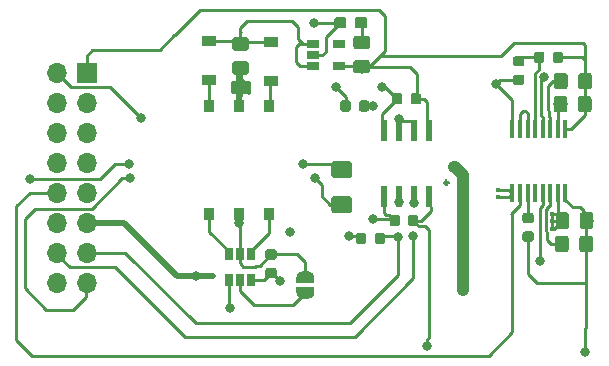
<source format=gbl>
%TF.GenerationSoftware,KiCad,Pcbnew,(5.1.4-0-10_14)*%
%TF.CreationDate,2021-01-25T16:41:12+01:00*%
%TF.ProjectId,DAUGHTER_ALLin,44415547-4854-4455-925f-414c4c696e2e,rev?*%
%TF.SameCoordinates,Original*%
%TF.FileFunction,Copper,L2,Bot*%
%TF.FilePolarity,Positive*%
%FSLAX46Y46*%
G04 Gerber Fmt 4.6, Leading zero omitted, Abs format (unit mm)*
G04 Created by KiCad (PCBNEW (5.1.4-0-10_14)) date 2021-01-25 16:41:12*
%MOMM*%
%LPD*%
G04 APERTURE LIST*
%ADD10C,0.300000*%
%ADD11R,1.060000X0.650000*%
%ADD12C,0.150000*%
%ADD13C,0.950000*%
%ADD14C,1.150000*%
%ADD15R,0.600000X1.000000*%
%ADD16R,1.700000X1.700000*%
%ADD17O,1.700000X1.700000*%
%ADD18R,0.960000X1.120000*%
%ADD19C,0.875000*%
%ADD20R,0.650000X1.060000*%
%ADD21C,0.500000*%
%ADD22R,0.440000X1.520000*%
%ADD23R,1.200000X0.900000*%
%ADD24C,1.425000*%
%ADD25C,0.800000*%
%ADD26C,0.400000*%
%ADD27C,0.250000*%
%ADD28C,0.500000*%
%ADD29C,1.000000*%
%ADD30C,0.254000*%
G04 APERTURE END LIST*
D10*
X110268100Y-107362000D02*
G75*
G03X110268100Y-107362000I-150000J0D01*
G01*
D11*
X101010900Y-97508100D03*
X101010900Y-95608100D03*
X98810900Y-95608100D03*
X98810900Y-96558100D03*
X98810900Y-97508100D03*
D12*
G36*
X101442179Y-93341044D02*
G01*
X101465234Y-93344463D01*
X101487843Y-93350127D01*
X101509787Y-93357979D01*
X101530857Y-93367944D01*
X101550848Y-93379926D01*
X101569568Y-93393810D01*
X101586838Y-93409462D01*
X101602490Y-93426732D01*
X101616374Y-93445452D01*
X101628356Y-93465443D01*
X101638321Y-93486513D01*
X101646173Y-93508457D01*
X101651837Y-93531066D01*
X101655256Y-93554121D01*
X101656400Y-93577400D01*
X101656400Y-94052400D01*
X101655256Y-94075679D01*
X101651837Y-94098734D01*
X101646173Y-94121343D01*
X101638321Y-94143287D01*
X101628356Y-94164357D01*
X101616374Y-94184348D01*
X101602490Y-94203068D01*
X101586838Y-94220338D01*
X101569568Y-94235990D01*
X101550848Y-94249874D01*
X101530857Y-94261856D01*
X101509787Y-94271821D01*
X101487843Y-94279673D01*
X101465234Y-94285337D01*
X101442179Y-94288756D01*
X101418900Y-94289900D01*
X100843900Y-94289900D01*
X100820621Y-94288756D01*
X100797566Y-94285337D01*
X100774957Y-94279673D01*
X100753013Y-94271821D01*
X100731943Y-94261856D01*
X100711952Y-94249874D01*
X100693232Y-94235990D01*
X100675962Y-94220338D01*
X100660310Y-94203068D01*
X100646426Y-94184348D01*
X100634444Y-94164357D01*
X100624479Y-94143287D01*
X100616627Y-94121343D01*
X100610963Y-94098734D01*
X100607544Y-94075679D01*
X100606400Y-94052400D01*
X100606400Y-93577400D01*
X100607544Y-93554121D01*
X100610963Y-93531066D01*
X100616627Y-93508457D01*
X100624479Y-93486513D01*
X100634444Y-93465443D01*
X100646426Y-93445452D01*
X100660310Y-93426732D01*
X100675962Y-93409462D01*
X100693232Y-93393810D01*
X100711952Y-93379926D01*
X100731943Y-93367944D01*
X100753013Y-93357979D01*
X100774957Y-93350127D01*
X100797566Y-93344463D01*
X100820621Y-93341044D01*
X100843900Y-93339900D01*
X101418900Y-93339900D01*
X101442179Y-93341044D01*
X101442179Y-93341044D01*
G37*
D13*
X101131400Y-93814900D03*
D12*
G36*
X103192179Y-93341044D02*
G01*
X103215234Y-93344463D01*
X103237843Y-93350127D01*
X103259787Y-93357979D01*
X103280857Y-93367944D01*
X103300848Y-93379926D01*
X103319568Y-93393810D01*
X103336838Y-93409462D01*
X103352490Y-93426732D01*
X103366374Y-93445452D01*
X103378356Y-93465443D01*
X103388321Y-93486513D01*
X103396173Y-93508457D01*
X103401837Y-93531066D01*
X103405256Y-93554121D01*
X103406400Y-93577400D01*
X103406400Y-94052400D01*
X103405256Y-94075679D01*
X103401837Y-94098734D01*
X103396173Y-94121343D01*
X103388321Y-94143287D01*
X103378356Y-94164357D01*
X103366374Y-94184348D01*
X103352490Y-94203068D01*
X103336838Y-94220338D01*
X103319568Y-94235990D01*
X103300848Y-94249874D01*
X103280857Y-94261856D01*
X103259787Y-94271821D01*
X103237843Y-94279673D01*
X103215234Y-94285337D01*
X103192179Y-94288756D01*
X103168900Y-94289900D01*
X102593900Y-94289900D01*
X102570621Y-94288756D01*
X102547566Y-94285337D01*
X102524957Y-94279673D01*
X102503013Y-94271821D01*
X102481943Y-94261856D01*
X102461952Y-94249874D01*
X102443232Y-94235990D01*
X102425962Y-94220338D01*
X102410310Y-94203068D01*
X102396426Y-94184348D01*
X102384444Y-94164357D01*
X102374479Y-94143287D01*
X102366627Y-94121343D01*
X102360963Y-94098734D01*
X102357544Y-94075679D01*
X102356400Y-94052400D01*
X102356400Y-93577400D01*
X102357544Y-93554121D01*
X102360963Y-93531066D01*
X102366627Y-93508457D01*
X102374479Y-93486513D01*
X102384444Y-93465443D01*
X102396426Y-93445452D01*
X102410310Y-93426732D01*
X102425962Y-93409462D01*
X102443232Y-93393810D01*
X102461952Y-93379926D01*
X102481943Y-93367944D01*
X102503013Y-93357979D01*
X102524957Y-93350127D01*
X102547566Y-93344463D01*
X102570621Y-93341044D01*
X102593900Y-93339900D01*
X103168900Y-93339900D01*
X103192179Y-93341044D01*
X103192179Y-93341044D01*
G37*
D13*
X102881400Y-93814900D03*
D12*
G36*
X103408005Y-94908504D02*
G01*
X103432273Y-94912104D01*
X103456072Y-94918065D01*
X103479171Y-94926330D01*
X103501350Y-94936820D01*
X103522393Y-94949432D01*
X103542099Y-94964047D01*
X103560277Y-94980523D01*
X103576753Y-94998701D01*
X103591368Y-95018407D01*
X103603980Y-95039450D01*
X103614470Y-95061629D01*
X103622735Y-95084728D01*
X103628696Y-95108527D01*
X103632296Y-95132795D01*
X103633500Y-95157299D01*
X103633500Y-95807301D01*
X103632296Y-95831805D01*
X103628696Y-95856073D01*
X103622735Y-95879872D01*
X103614470Y-95902971D01*
X103603980Y-95925150D01*
X103591368Y-95946193D01*
X103576753Y-95965899D01*
X103560277Y-95984077D01*
X103542099Y-96000553D01*
X103522393Y-96015168D01*
X103501350Y-96027780D01*
X103479171Y-96038270D01*
X103456072Y-96046535D01*
X103432273Y-96052496D01*
X103408005Y-96056096D01*
X103383501Y-96057300D01*
X102483499Y-96057300D01*
X102458995Y-96056096D01*
X102434727Y-96052496D01*
X102410928Y-96046535D01*
X102387829Y-96038270D01*
X102365650Y-96027780D01*
X102344607Y-96015168D01*
X102324901Y-96000553D01*
X102306723Y-95984077D01*
X102290247Y-95965899D01*
X102275632Y-95946193D01*
X102263020Y-95925150D01*
X102252530Y-95902971D01*
X102244265Y-95879872D01*
X102238304Y-95856073D01*
X102234704Y-95831805D01*
X102233500Y-95807301D01*
X102233500Y-95157299D01*
X102234704Y-95132795D01*
X102238304Y-95108527D01*
X102244265Y-95084728D01*
X102252530Y-95061629D01*
X102263020Y-95039450D01*
X102275632Y-95018407D01*
X102290247Y-94998701D01*
X102306723Y-94980523D01*
X102324901Y-94964047D01*
X102344607Y-94949432D01*
X102365650Y-94936820D01*
X102387829Y-94926330D01*
X102410928Y-94918065D01*
X102434727Y-94912104D01*
X102458995Y-94908504D01*
X102483499Y-94907300D01*
X103383501Y-94907300D01*
X103408005Y-94908504D01*
X103408005Y-94908504D01*
G37*
D14*
X102933500Y-95482300D03*
D12*
G36*
X103408005Y-96958504D02*
G01*
X103432273Y-96962104D01*
X103456072Y-96968065D01*
X103479171Y-96976330D01*
X103501350Y-96986820D01*
X103522393Y-96999432D01*
X103542099Y-97014047D01*
X103560277Y-97030523D01*
X103576753Y-97048701D01*
X103591368Y-97068407D01*
X103603980Y-97089450D01*
X103614470Y-97111629D01*
X103622735Y-97134728D01*
X103628696Y-97158527D01*
X103632296Y-97182795D01*
X103633500Y-97207299D01*
X103633500Y-97857301D01*
X103632296Y-97881805D01*
X103628696Y-97906073D01*
X103622735Y-97929872D01*
X103614470Y-97952971D01*
X103603980Y-97975150D01*
X103591368Y-97996193D01*
X103576753Y-98015899D01*
X103560277Y-98034077D01*
X103542099Y-98050553D01*
X103522393Y-98065168D01*
X103501350Y-98077780D01*
X103479171Y-98088270D01*
X103456072Y-98096535D01*
X103432273Y-98102496D01*
X103408005Y-98106096D01*
X103383501Y-98107300D01*
X102483499Y-98107300D01*
X102458995Y-98106096D01*
X102434727Y-98102496D01*
X102410928Y-98096535D01*
X102387829Y-98088270D01*
X102365650Y-98077780D01*
X102344607Y-98065168D01*
X102324901Y-98050553D01*
X102306723Y-98034077D01*
X102290247Y-98015899D01*
X102275632Y-97996193D01*
X102263020Y-97975150D01*
X102252530Y-97952971D01*
X102244265Y-97929872D01*
X102238304Y-97906073D01*
X102234704Y-97881805D01*
X102233500Y-97857301D01*
X102233500Y-97207299D01*
X102234704Y-97182795D01*
X102238304Y-97158527D01*
X102244265Y-97134728D01*
X102252530Y-97111629D01*
X102263020Y-97089450D01*
X102275632Y-97068407D01*
X102290247Y-97048701D01*
X102306723Y-97030523D01*
X102324901Y-97014047D01*
X102344607Y-96999432D01*
X102365650Y-96986820D01*
X102387829Y-96976330D01*
X102410928Y-96968065D01*
X102434727Y-96962104D01*
X102458995Y-96958504D01*
X102483499Y-96957300D01*
X103383501Y-96957300D01*
X103408005Y-96958504D01*
X103408005Y-96958504D01*
G37*
D14*
X102933500Y-97532300D03*
D15*
X104813100Y-108142000D03*
X104813100Y-108897800D03*
X106083100Y-108121800D03*
X106083100Y-108892400D03*
X107353100Y-108892400D03*
X107353100Y-108121800D03*
X104813100Y-102541600D03*
X104813100Y-103292000D03*
X106083100Y-103292000D03*
X106083100Y-102546200D03*
X107353100Y-102546200D03*
X107353100Y-103292000D03*
X108623100Y-103292000D03*
X108623100Y-102546200D03*
X108623100Y-108112000D03*
X108623100Y-108892000D03*
D16*
X79667100Y-98050600D03*
D17*
X77127100Y-98050600D03*
X79667100Y-100590600D03*
X77127100Y-100590600D03*
X79667100Y-103130600D03*
X77127100Y-103130600D03*
X79667100Y-105670600D03*
X77127100Y-105670600D03*
X79667100Y-108210600D03*
X77127100Y-108210600D03*
X79667100Y-110750600D03*
X77127100Y-110750600D03*
X79667100Y-113290600D03*
X77127100Y-113290600D03*
X79667100Y-115830600D03*
X77127100Y-115830600D03*
D18*
X95097600Y-100859300D03*
X92557600Y-100859300D03*
X90017600Y-100859300D03*
X90017600Y-109999300D03*
X92557600Y-109999300D03*
X95097600Y-109999300D03*
D12*
G36*
X116520791Y-96642153D02*
G01*
X116542026Y-96645303D01*
X116562850Y-96650519D01*
X116583062Y-96657751D01*
X116602468Y-96666930D01*
X116620881Y-96677966D01*
X116638124Y-96690754D01*
X116654030Y-96705170D01*
X116668446Y-96721076D01*
X116681234Y-96738319D01*
X116692270Y-96756732D01*
X116701449Y-96776138D01*
X116708681Y-96796350D01*
X116713897Y-96817174D01*
X116717047Y-96838409D01*
X116718100Y-96859850D01*
X116718100Y-97297350D01*
X116717047Y-97318791D01*
X116713897Y-97340026D01*
X116708681Y-97360850D01*
X116701449Y-97381062D01*
X116692270Y-97400468D01*
X116681234Y-97418881D01*
X116668446Y-97436124D01*
X116654030Y-97452030D01*
X116638124Y-97466446D01*
X116620881Y-97479234D01*
X116602468Y-97490270D01*
X116583062Y-97499449D01*
X116562850Y-97506681D01*
X116542026Y-97511897D01*
X116520791Y-97515047D01*
X116499350Y-97516100D01*
X115986850Y-97516100D01*
X115965409Y-97515047D01*
X115944174Y-97511897D01*
X115923350Y-97506681D01*
X115903138Y-97499449D01*
X115883732Y-97490270D01*
X115865319Y-97479234D01*
X115848076Y-97466446D01*
X115832170Y-97452030D01*
X115817754Y-97436124D01*
X115804966Y-97418881D01*
X115793930Y-97400468D01*
X115784751Y-97381062D01*
X115777519Y-97360850D01*
X115772303Y-97340026D01*
X115769153Y-97318791D01*
X115768100Y-97297350D01*
X115768100Y-96859850D01*
X115769153Y-96838409D01*
X115772303Y-96817174D01*
X115777519Y-96796350D01*
X115784751Y-96776138D01*
X115793930Y-96756732D01*
X115804966Y-96738319D01*
X115817754Y-96721076D01*
X115832170Y-96705170D01*
X115848076Y-96690754D01*
X115865319Y-96677966D01*
X115883732Y-96666930D01*
X115903138Y-96657751D01*
X115923350Y-96650519D01*
X115944174Y-96645303D01*
X115965409Y-96642153D01*
X115986850Y-96641100D01*
X116499350Y-96641100D01*
X116520791Y-96642153D01*
X116520791Y-96642153D01*
G37*
D19*
X116243100Y-97078600D03*
D12*
G36*
X116520791Y-98217153D02*
G01*
X116542026Y-98220303D01*
X116562850Y-98225519D01*
X116583062Y-98232751D01*
X116602468Y-98241930D01*
X116620881Y-98252966D01*
X116638124Y-98265754D01*
X116654030Y-98280170D01*
X116668446Y-98296076D01*
X116681234Y-98313319D01*
X116692270Y-98331732D01*
X116701449Y-98351138D01*
X116708681Y-98371350D01*
X116713897Y-98392174D01*
X116717047Y-98413409D01*
X116718100Y-98434850D01*
X116718100Y-98872350D01*
X116717047Y-98893791D01*
X116713897Y-98915026D01*
X116708681Y-98935850D01*
X116701449Y-98956062D01*
X116692270Y-98975468D01*
X116681234Y-98993881D01*
X116668446Y-99011124D01*
X116654030Y-99027030D01*
X116638124Y-99041446D01*
X116620881Y-99054234D01*
X116602468Y-99065270D01*
X116583062Y-99074449D01*
X116562850Y-99081681D01*
X116542026Y-99086897D01*
X116520791Y-99090047D01*
X116499350Y-99091100D01*
X115986850Y-99091100D01*
X115965409Y-99090047D01*
X115944174Y-99086897D01*
X115923350Y-99081681D01*
X115903138Y-99074449D01*
X115883732Y-99065270D01*
X115865319Y-99054234D01*
X115848076Y-99041446D01*
X115832170Y-99027030D01*
X115817754Y-99011124D01*
X115804966Y-98993881D01*
X115793930Y-98975468D01*
X115784751Y-98956062D01*
X115777519Y-98935850D01*
X115772303Y-98915026D01*
X115769153Y-98893791D01*
X115768100Y-98872350D01*
X115768100Y-98434850D01*
X115769153Y-98413409D01*
X115772303Y-98392174D01*
X115777519Y-98371350D01*
X115784751Y-98351138D01*
X115793930Y-98331732D01*
X115804966Y-98313319D01*
X115817754Y-98296076D01*
X115832170Y-98280170D01*
X115848076Y-98265754D01*
X115865319Y-98252966D01*
X115883732Y-98241930D01*
X115903138Y-98232751D01*
X115923350Y-98225519D01*
X115944174Y-98220303D01*
X115965409Y-98217153D01*
X115986850Y-98216100D01*
X116499350Y-98216100D01*
X116520791Y-98217153D01*
X116520791Y-98217153D01*
G37*
D19*
X116243100Y-98653600D03*
D12*
G36*
X119798091Y-96268553D02*
G01*
X119819326Y-96271703D01*
X119840150Y-96276919D01*
X119860362Y-96284151D01*
X119879768Y-96293330D01*
X119898181Y-96304366D01*
X119915424Y-96317154D01*
X119931330Y-96331570D01*
X119945746Y-96347476D01*
X119958534Y-96364719D01*
X119969570Y-96383132D01*
X119978749Y-96402538D01*
X119985981Y-96422750D01*
X119991197Y-96443574D01*
X119994347Y-96464809D01*
X119995400Y-96486250D01*
X119995400Y-96998750D01*
X119994347Y-97020191D01*
X119991197Y-97041426D01*
X119985981Y-97062250D01*
X119978749Y-97082462D01*
X119969570Y-97101868D01*
X119958534Y-97120281D01*
X119945746Y-97137524D01*
X119931330Y-97153430D01*
X119915424Y-97167846D01*
X119898181Y-97180634D01*
X119879768Y-97191670D01*
X119860362Y-97200849D01*
X119840150Y-97208081D01*
X119819326Y-97213297D01*
X119798091Y-97216447D01*
X119776650Y-97217500D01*
X119339150Y-97217500D01*
X119317709Y-97216447D01*
X119296474Y-97213297D01*
X119275650Y-97208081D01*
X119255438Y-97200849D01*
X119236032Y-97191670D01*
X119217619Y-97180634D01*
X119200376Y-97167846D01*
X119184470Y-97153430D01*
X119170054Y-97137524D01*
X119157266Y-97120281D01*
X119146230Y-97101868D01*
X119137051Y-97082462D01*
X119129819Y-97062250D01*
X119124603Y-97041426D01*
X119121453Y-97020191D01*
X119120400Y-96998750D01*
X119120400Y-96486250D01*
X119121453Y-96464809D01*
X119124603Y-96443574D01*
X119129819Y-96422750D01*
X119137051Y-96402538D01*
X119146230Y-96383132D01*
X119157266Y-96364719D01*
X119170054Y-96347476D01*
X119184470Y-96331570D01*
X119200376Y-96317154D01*
X119217619Y-96304366D01*
X119236032Y-96293330D01*
X119255438Y-96284151D01*
X119275650Y-96276919D01*
X119296474Y-96271703D01*
X119317709Y-96268553D01*
X119339150Y-96267500D01*
X119776650Y-96267500D01*
X119798091Y-96268553D01*
X119798091Y-96268553D01*
G37*
D19*
X119557900Y-96742500D03*
D12*
G36*
X118223091Y-96268553D02*
G01*
X118244326Y-96271703D01*
X118265150Y-96276919D01*
X118285362Y-96284151D01*
X118304768Y-96293330D01*
X118323181Y-96304366D01*
X118340424Y-96317154D01*
X118356330Y-96331570D01*
X118370746Y-96347476D01*
X118383534Y-96364719D01*
X118394570Y-96383132D01*
X118403749Y-96402538D01*
X118410981Y-96422750D01*
X118416197Y-96443574D01*
X118419347Y-96464809D01*
X118420400Y-96486250D01*
X118420400Y-96998750D01*
X118419347Y-97020191D01*
X118416197Y-97041426D01*
X118410981Y-97062250D01*
X118403749Y-97082462D01*
X118394570Y-97101868D01*
X118383534Y-97120281D01*
X118370746Y-97137524D01*
X118356330Y-97153430D01*
X118340424Y-97167846D01*
X118323181Y-97180634D01*
X118304768Y-97191670D01*
X118285362Y-97200849D01*
X118265150Y-97208081D01*
X118244326Y-97213297D01*
X118223091Y-97216447D01*
X118201650Y-97217500D01*
X117764150Y-97217500D01*
X117742709Y-97216447D01*
X117721474Y-97213297D01*
X117700650Y-97208081D01*
X117680438Y-97200849D01*
X117661032Y-97191670D01*
X117642619Y-97180634D01*
X117625376Y-97167846D01*
X117609470Y-97153430D01*
X117595054Y-97137524D01*
X117582266Y-97120281D01*
X117571230Y-97101868D01*
X117562051Y-97082462D01*
X117554819Y-97062250D01*
X117549603Y-97041426D01*
X117546453Y-97020191D01*
X117545400Y-96998750D01*
X117545400Y-96486250D01*
X117546453Y-96464809D01*
X117549603Y-96443574D01*
X117554819Y-96422750D01*
X117562051Y-96402538D01*
X117571230Y-96383132D01*
X117582266Y-96364719D01*
X117595054Y-96347476D01*
X117609470Y-96331570D01*
X117625376Y-96317154D01*
X117642619Y-96304366D01*
X117661032Y-96293330D01*
X117680438Y-96284151D01*
X117700650Y-96276919D01*
X117721474Y-96271703D01*
X117742709Y-96268553D01*
X117764150Y-96267500D01*
X118201650Y-96267500D01*
X118223091Y-96268553D01*
X118223091Y-96268553D01*
G37*
D19*
X117982900Y-96742500D03*
D12*
G36*
X117308191Y-111482653D02*
G01*
X117329426Y-111485803D01*
X117350250Y-111491019D01*
X117370462Y-111498251D01*
X117389868Y-111507430D01*
X117408281Y-111518466D01*
X117425524Y-111531254D01*
X117441430Y-111545670D01*
X117455846Y-111561576D01*
X117468634Y-111578819D01*
X117479670Y-111597232D01*
X117488849Y-111616638D01*
X117496081Y-111636850D01*
X117501297Y-111657674D01*
X117504447Y-111678909D01*
X117505500Y-111700350D01*
X117505500Y-112137850D01*
X117504447Y-112159291D01*
X117501297Y-112180526D01*
X117496081Y-112201350D01*
X117488849Y-112221562D01*
X117479670Y-112240968D01*
X117468634Y-112259381D01*
X117455846Y-112276624D01*
X117441430Y-112292530D01*
X117425524Y-112306946D01*
X117408281Y-112319734D01*
X117389868Y-112330770D01*
X117370462Y-112339949D01*
X117350250Y-112347181D01*
X117329426Y-112352397D01*
X117308191Y-112355547D01*
X117286750Y-112356600D01*
X116774250Y-112356600D01*
X116752809Y-112355547D01*
X116731574Y-112352397D01*
X116710750Y-112347181D01*
X116690538Y-112339949D01*
X116671132Y-112330770D01*
X116652719Y-112319734D01*
X116635476Y-112306946D01*
X116619570Y-112292530D01*
X116605154Y-112276624D01*
X116592366Y-112259381D01*
X116581330Y-112240968D01*
X116572151Y-112221562D01*
X116564919Y-112201350D01*
X116559703Y-112180526D01*
X116556553Y-112159291D01*
X116555500Y-112137850D01*
X116555500Y-111700350D01*
X116556553Y-111678909D01*
X116559703Y-111657674D01*
X116564919Y-111636850D01*
X116572151Y-111616638D01*
X116581330Y-111597232D01*
X116592366Y-111578819D01*
X116605154Y-111561576D01*
X116619570Y-111545670D01*
X116635476Y-111531254D01*
X116652719Y-111518466D01*
X116671132Y-111507430D01*
X116690538Y-111498251D01*
X116710750Y-111491019D01*
X116731574Y-111485803D01*
X116752809Y-111482653D01*
X116774250Y-111481600D01*
X117286750Y-111481600D01*
X117308191Y-111482653D01*
X117308191Y-111482653D01*
G37*
D19*
X117030500Y-111919100D03*
D12*
G36*
X117308191Y-109907653D02*
G01*
X117329426Y-109910803D01*
X117350250Y-109916019D01*
X117370462Y-109923251D01*
X117389868Y-109932430D01*
X117408281Y-109943466D01*
X117425524Y-109956254D01*
X117441430Y-109970670D01*
X117455846Y-109986576D01*
X117468634Y-110003819D01*
X117479670Y-110022232D01*
X117488849Y-110041638D01*
X117496081Y-110061850D01*
X117501297Y-110082674D01*
X117504447Y-110103909D01*
X117505500Y-110125350D01*
X117505500Y-110562850D01*
X117504447Y-110584291D01*
X117501297Y-110605526D01*
X117496081Y-110626350D01*
X117488849Y-110646562D01*
X117479670Y-110665968D01*
X117468634Y-110684381D01*
X117455846Y-110701624D01*
X117441430Y-110717530D01*
X117425524Y-110731946D01*
X117408281Y-110744734D01*
X117389868Y-110755770D01*
X117370462Y-110764949D01*
X117350250Y-110772181D01*
X117329426Y-110777397D01*
X117308191Y-110780547D01*
X117286750Y-110781600D01*
X116774250Y-110781600D01*
X116752809Y-110780547D01*
X116731574Y-110777397D01*
X116710750Y-110772181D01*
X116690538Y-110764949D01*
X116671132Y-110755770D01*
X116652719Y-110744734D01*
X116635476Y-110731946D01*
X116619570Y-110717530D01*
X116605154Y-110701624D01*
X116592366Y-110684381D01*
X116581330Y-110665968D01*
X116572151Y-110646562D01*
X116564919Y-110626350D01*
X116559703Y-110605526D01*
X116556553Y-110584291D01*
X116555500Y-110562850D01*
X116555500Y-110125350D01*
X116556553Y-110103909D01*
X116559703Y-110082674D01*
X116564919Y-110061850D01*
X116572151Y-110041638D01*
X116581330Y-110022232D01*
X116592366Y-110003819D01*
X116605154Y-109986576D01*
X116619570Y-109970670D01*
X116635476Y-109956254D01*
X116652719Y-109943466D01*
X116671132Y-109932430D01*
X116690538Y-109923251D01*
X116710750Y-109916019D01*
X116731574Y-109910803D01*
X116752809Y-109907653D01*
X116774250Y-109906600D01*
X117286750Y-109906600D01*
X117308191Y-109907653D01*
X117308191Y-109907653D01*
G37*
D19*
X117030500Y-110344100D03*
D12*
G36*
X120126905Y-100006104D02*
G01*
X120151173Y-100009704D01*
X120174972Y-100015665D01*
X120198071Y-100023930D01*
X120220250Y-100034420D01*
X120241293Y-100047032D01*
X120260999Y-100061647D01*
X120279177Y-100078123D01*
X120295653Y-100096301D01*
X120310268Y-100116007D01*
X120322880Y-100137050D01*
X120333370Y-100159229D01*
X120341635Y-100182328D01*
X120347596Y-100206127D01*
X120351196Y-100230395D01*
X120352400Y-100254899D01*
X120352400Y-101154901D01*
X120351196Y-101179405D01*
X120347596Y-101203673D01*
X120341635Y-101227472D01*
X120333370Y-101250571D01*
X120322880Y-101272750D01*
X120310268Y-101293793D01*
X120295653Y-101313499D01*
X120279177Y-101331677D01*
X120260999Y-101348153D01*
X120241293Y-101362768D01*
X120220250Y-101375380D01*
X120198071Y-101385870D01*
X120174972Y-101394135D01*
X120151173Y-101400096D01*
X120126905Y-101403696D01*
X120102401Y-101404900D01*
X119452399Y-101404900D01*
X119427895Y-101403696D01*
X119403627Y-101400096D01*
X119379828Y-101394135D01*
X119356729Y-101385870D01*
X119334550Y-101375380D01*
X119313507Y-101362768D01*
X119293801Y-101348153D01*
X119275623Y-101331677D01*
X119259147Y-101313499D01*
X119244532Y-101293793D01*
X119231920Y-101272750D01*
X119221430Y-101250571D01*
X119213165Y-101227472D01*
X119207204Y-101203673D01*
X119203604Y-101179405D01*
X119202400Y-101154901D01*
X119202400Y-100254899D01*
X119203604Y-100230395D01*
X119207204Y-100206127D01*
X119213165Y-100182328D01*
X119221430Y-100159229D01*
X119231920Y-100137050D01*
X119244532Y-100116007D01*
X119259147Y-100096301D01*
X119275623Y-100078123D01*
X119293801Y-100061647D01*
X119313507Y-100047032D01*
X119334550Y-100034420D01*
X119356729Y-100023930D01*
X119379828Y-100015665D01*
X119403627Y-100009704D01*
X119427895Y-100006104D01*
X119452399Y-100004900D01*
X120102401Y-100004900D01*
X120126905Y-100006104D01*
X120126905Y-100006104D01*
G37*
D14*
X119777400Y-100704900D03*
D12*
G36*
X122176905Y-100006104D02*
G01*
X122201173Y-100009704D01*
X122224972Y-100015665D01*
X122248071Y-100023930D01*
X122270250Y-100034420D01*
X122291293Y-100047032D01*
X122310999Y-100061647D01*
X122329177Y-100078123D01*
X122345653Y-100096301D01*
X122360268Y-100116007D01*
X122372880Y-100137050D01*
X122383370Y-100159229D01*
X122391635Y-100182328D01*
X122397596Y-100206127D01*
X122401196Y-100230395D01*
X122402400Y-100254899D01*
X122402400Y-101154901D01*
X122401196Y-101179405D01*
X122397596Y-101203673D01*
X122391635Y-101227472D01*
X122383370Y-101250571D01*
X122372880Y-101272750D01*
X122360268Y-101293793D01*
X122345653Y-101313499D01*
X122329177Y-101331677D01*
X122310999Y-101348153D01*
X122291293Y-101362768D01*
X122270250Y-101375380D01*
X122248071Y-101385870D01*
X122224972Y-101394135D01*
X122201173Y-101400096D01*
X122176905Y-101403696D01*
X122152401Y-101404900D01*
X121502399Y-101404900D01*
X121477895Y-101403696D01*
X121453627Y-101400096D01*
X121429828Y-101394135D01*
X121406729Y-101385870D01*
X121384550Y-101375380D01*
X121363507Y-101362768D01*
X121343801Y-101348153D01*
X121325623Y-101331677D01*
X121309147Y-101313499D01*
X121294532Y-101293793D01*
X121281920Y-101272750D01*
X121271430Y-101250571D01*
X121263165Y-101227472D01*
X121257204Y-101203673D01*
X121253604Y-101179405D01*
X121252400Y-101154901D01*
X121252400Y-100254899D01*
X121253604Y-100230395D01*
X121257204Y-100206127D01*
X121263165Y-100182328D01*
X121271430Y-100159229D01*
X121281920Y-100137050D01*
X121294532Y-100116007D01*
X121309147Y-100096301D01*
X121325623Y-100078123D01*
X121343801Y-100061647D01*
X121363507Y-100047032D01*
X121384550Y-100034420D01*
X121406729Y-100023930D01*
X121429828Y-100015665D01*
X121453627Y-100009704D01*
X121477895Y-100006104D01*
X121502399Y-100004900D01*
X122152401Y-100004900D01*
X122176905Y-100006104D01*
X122176905Y-100006104D01*
G37*
D14*
X121827400Y-100704900D03*
D12*
G36*
X120152305Y-98063004D02*
G01*
X120176573Y-98066604D01*
X120200372Y-98072565D01*
X120223471Y-98080830D01*
X120245650Y-98091320D01*
X120266693Y-98103932D01*
X120286399Y-98118547D01*
X120304577Y-98135023D01*
X120321053Y-98153201D01*
X120335668Y-98172907D01*
X120348280Y-98193950D01*
X120358770Y-98216129D01*
X120367035Y-98239228D01*
X120372996Y-98263027D01*
X120376596Y-98287295D01*
X120377800Y-98311799D01*
X120377800Y-99211801D01*
X120376596Y-99236305D01*
X120372996Y-99260573D01*
X120367035Y-99284372D01*
X120358770Y-99307471D01*
X120348280Y-99329650D01*
X120335668Y-99350693D01*
X120321053Y-99370399D01*
X120304577Y-99388577D01*
X120286399Y-99405053D01*
X120266693Y-99419668D01*
X120245650Y-99432280D01*
X120223471Y-99442770D01*
X120200372Y-99451035D01*
X120176573Y-99456996D01*
X120152305Y-99460596D01*
X120127801Y-99461800D01*
X119477799Y-99461800D01*
X119453295Y-99460596D01*
X119429027Y-99456996D01*
X119405228Y-99451035D01*
X119382129Y-99442770D01*
X119359950Y-99432280D01*
X119338907Y-99419668D01*
X119319201Y-99405053D01*
X119301023Y-99388577D01*
X119284547Y-99370399D01*
X119269932Y-99350693D01*
X119257320Y-99329650D01*
X119246830Y-99307471D01*
X119238565Y-99284372D01*
X119232604Y-99260573D01*
X119229004Y-99236305D01*
X119227800Y-99211801D01*
X119227800Y-98311799D01*
X119229004Y-98287295D01*
X119232604Y-98263027D01*
X119238565Y-98239228D01*
X119246830Y-98216129D01*
X119257320Y-98193950D01*
X119269932Y-98172907D01*
X119284547Y-98153201D01*
X119301023Y-98135023D01*
X119319201Y-98118547D01*
X119338907Y-98103932D01*
X119359950Y-98091320D01*
X119382129Y-98080830D01*
X119405228Y-98072565D01*
X119429027Y-98066604D01*
X119453295Y-98063004D01*
X119477799Y-98061800D01*
X120127801Y-98061800D01*
X120152305Y-98063004D01*
X120152305Y-98063004D01*
G37*
D14*
X119802800Y-98761800D03*
D12*
G36*
X122202305Y-98063004D02*
G01*
X122226573Y-98066604D01*
X122250372Y-98072565D01*
X122273471Y-98080830D01*
X122295650Y-98091320D01*
X122316693Y-98103932D01*
X122336399Y-98118547D01*
X122354577Y-98135023D01*
X122371053Y-98153201D01*
X122385668Y-98172907D01*
X122398280Y-98193950D01*
X122408770Y-98216129D01*
X122417035Y-98239228D01*
X122422996Y-98263027D01*
X122426596Y-98287295D01*
X122427800Y-98311799D01*
X122427800Y-99211801D01*
X122426596Y-99236305D01*
X122422996Y-99260573D01*
X122417035Y-99284372D01*
X122408770Y-99307471D01*
X122398280Y-99329650D01*
X122385668Y-99350693D01*
X122371053Y-99370399D01*
X122354577Y-99388577D01*
X122336399Y-99405053D01*
X122316693Y-99419668D01*
X122295650Y-99432280D01*
X122273471Y-99442770D01*
X122250372Y-99451035D01*
X122226573Y-99456996D01*
X122202305Y-99460596D01*
X122177801Y-99461800D01*
X121527799Y-99461800D01*
X121503295Y-99460596D01*
X121479027Y-99456996D01*
X121455228Y-99451035D01*
X121432129Y-99442770D01*
X121409950Y-99432280D01*
X121388907Y-99419668D01*
X121369201Y-99405053D01*
X121351023Y-99388577D01*
X121334547Y-99370399D01*
X121319932Y-99350693D01*
X121307320Y-99329650D01*
X121296830Y-99307471D01*
X121288565Y-99284372D01*
X121282604Y-99260573D01*
X121279004Y-99236305D01*
X121277800Y-99211801D01*
X121277800Y-98311799D01*
X121279004Y-98287295D01*
X121282604Y-98263027D01*
X121288565Y-98239228D01*
X121296830Y-98216129D01*
X121307320Y-98193950D01*
X121319932Y-98172907D01*
X121334547Y-98153201D01*
X121351023Y-98135023D01*
X121369201Y-98118547D01*
X121388907Y-98103932D01*
X121409950Y-98091320D01*
X121432129Y-98080830D01*
X121455228Y-98072565D01*
X121479027Y-98066604D01*
X121503295Y-98063004D01*
X121527799Y-98061800D01*
X122177801Y-98061800D01*
X122202305Y-98063004D01*
X122202305Y-98063004D01*
G37*
D14*
X121852800Y-98761800D03*
D12*
G36*
X120241205Y-111842504D02*
G01*
X120265473Y-111846104D01*
X120289272Y-111852065D01*
X120312371Y-111860330D01*
X120334550Y-111870820D01*
X120355593Y-111883432D01*
X120375299Y-111898047D01*
X120393477Y-111914523D01*
X120409953Y-111932701D01*
X120424568Y-111952407D01*
X120437180Y-111973450D01*
X120447670Y-111995629D01*
X120455935Y-112018728D01*
X120461896Y-112042527D01*
X120465496Y-112066795D01*
X120466700Y-112091299D01*
X120466700Y-112991301D01*
X120465496Y-113015805D01*
X120461896Y-113040073D01*
X120455935Y-113063872D01*
X120447670Y-113086971D01*
X120437180Y-113109150D01*
X120424568Y-113130193D01*
X120409953Y-113149899D01*
X120393477Y-113168077D01*
X120375299Y-113184553D01*
X120355593Y-113199168D01*
X120334550Y-113211780D01*
X120312371Y-113222270D01*
X120289272Y-113230535D01*
X120265473Y-113236496D01*
X120241205Y-113240096D01*
X120216701Y-113241300D01*
X119566699Y-113241300D01*
X119542195Y-113240096D01*
X119517927Y-113236496D01*
X119494128Y-113230535D01*
X119471029Y-113222270D01*
X119448850Y-113211780D01*
X119427807Y-113199168D01*
X119408101Y-113184553D01*
X119389923Y-113168077D01*
X119373447Y-113149899D01*
X119358832Y-113130193D01*
X119346220Y-113109150D01*
X119335730Y-113086971D01*
X119327465Y-113063872D01*
X119321504Y-113040073D01*
X119317904Y-113015805D01*
X119316700Y-112991301D01*
X119316700Y-112091299D01*
X119317904Y-112066795D01*
X119321504Y-112042527D01*
X119327465Y-112018728D01*
X119335730Y-111995629D01*
X119346220Y-111973450D01*
X119358832Y-111952407D01*
X119373447Y-111932701D01*
X119389923Y-111914523D01*
X119408101Y-111898047D01*
X119427807Y-111883432D01*
X119448850Y-111870820D01*
X119471029Y-111860330D01*
X119494128Y-111852065D01*
X119517927Y-111846104D01*
X119542195Y-111842504D01*
X119566699Y-111841300D01*
X120216701Y-111841300D01*
X120241205Y-111842504D01*
X120241205Y-111842504D01*
G37*
D14*
X119891700Y-112541300D03*
D12*
G36*
X122291205Y-111842504D02*
G01*
X122315473Y-111846104D01*
X122339272Y-111852065D01*
X122362371Y-111860330D01*
X122384550Y-111870820D01*
X122405593Y-111883432D01*
X122425299Y-111898047D01*
X122443477Y-111914523D01*
X122459953Y-111932701D01*
X122474568Y-111952407D01*
X122487180Y-111973450D01*
X122497670Y-111995629D01*
X122505935Y-112018728D01*
X122511896Y-112042527D01*
X122515496Y-112066795D01*
X122516700Y-112091299D01*
X122516700Y-112991301D01*
X122515496Y-113015805D01*
X122511896Y-113040073D01*
X122505935Y-113063872D01*
X122497670Y-113086971D01*
X122487180Y-113109150D01*
X122474568Y-113130193D01*
X122459953Y-113149899D01*
X122443477Y-113168077D01*
X122425299Y-113184553D01*
X122405593Y-113199168D01*
X122384550Y-113211780D01*
X122362371Y-113222270D01*
X122339272Y-113230535D01*
X122315473Y-113236496D01*
X122291205Y-113240096D01*
X122266701Y-113241300D01*
X121616699Y-113241300D01*
X121592195Y-113240096D01*
X121567927Y-113236496D01*
X121544128Y-113230535D01*
X121521029Y-113222270D01*
X121498850Y-113211780D01*
X121477807Y-113199168D01*
X121458101Y-113184553D01*
X121439923Y-113168077D01*
X121423447Y-113149899D01*
X121408832Y-113130193D01*
X121396220Y-113109150D01*
X121385730Y-113086971D01*
X121377465Y-113063872D01*
X121371504Y-113040073D01*
X121367904Y-113015805D01*
X121366700Y-112991301D01*
X121366700Y-112091299D01*
X121367904Y-112066795D01*
X121371504Y-112042527D01*
X121377465Y-112018728D01*
X121385730Y-111995629D01*
X121396220Y-111973450D01*
X121408832Y-111952407D01*
X121423447Y-111932701D01*
X121439923Y-111914523D01*
X121458101Y-111898047D01*
X121477807Y-111883432D01*
X121498850Y-111870820D01*
X121521029Y-111860330D01*
X121544128Y-111852065D01*
X121567927Y-111846104D01*
X121592195Y-111842504D01*
X121616699Y-111841300D01*
X122266701Y-111841300D01*
X122291205Y-111842504D01*
X122291205Y-111842504D01*
G37*
D14*
X121941700Y-112541300D03*
D12*
G36*
X120279305Y-109861304D02*
G01*
X120303573Y-109864904D01*
X120327372Y-109870865D01*
X120350471Y-109879130D01*
X120372650Y-109889620D01*
X120393693Y-109902232D01*
X120413399Y-109916847D01*
X120431577Y-109933323D01*
X120448053Y-109951501D01*
X120462668Y-109971207D01*
X120475280Y-109992250D01*
X120485770Y-110014429D01*
X120494035Y-110037528D01*
X120499996Y-110061327D01*
X120503596Y-110085595D01*
X120504800Y-110110099D01*
X120504800Y-111010101D01*
X120503596Y-111034605D01*
X120499996Y-111058873D01*
X120494035Y-111082672D01*
X120485770Y-111105771D01*
X120475280Y-111127950D01*
X120462668Y-111148993D01*
X120448053Y-111168699D01*
X120431577Y-111186877D01*
X120413399Y-111203353D01*
X120393693Y-111217968D01*
X120372650Y-111230580D01*
X120350471Y-111241070D01*
X120327372Y-111249335D01*
X120303573Y-111255296D01*
X120279305Y-111258896D01*
X120254801Y-111260100D01*
X119604799Y-111260100D01*
X119580295Y-111258896D01*
X119556027Y-111255296D01*
X119532228Y-111249335D01*
X119509129Y-111241070D01*
X119486950Y-111230580D01*
X119465907Y-111217968D01*
X119446201Y-111203353D01*
X119428023Y-111186877D01*
X119411547Y-111168699D01*
X119396932Y-111148993D01*
X119384320Y-111127950D01*
X119373830Y-111105771D01*
X119365565Y-111082672D01*
X119359604Y-111058873D01*
X119356004Y-111034605D01*
X119354800Y-111010101D01*
X119354800Y-110110099D01*
X119356004Y-110085595D01*
X119359604Y-110061327D01*
X119365565Y-110037528D01*
X119373830Y-110014429D01*
X119384320Y-109992250D01*
X119396932Y-109971207D01*
X119411547Y-109951501D01*
X119428023Y-109933323D01*
X119446201Y-109916847D01*
X119465907Y-109902232D01*
X119486950Y-109889620D01*
X119509129Y-109879130D01*
X119532228Y-109870865D01*
X119556027Y-109864904D01*
X119580295Y-109861304D01*
X119604799Y-109860100D01*
X120254801Y-109860100D01*
X120279305Y-109861304D01*
X120279305Y-109861304D01*
G37*
D14*
X119929800Y-110560100D03*
D12*
G36*
X122329305Y-109861304D02*
G01*
X122353573Y-109864904D01*
X122377372Y-109870865D01*
X122400471Y-109879130D01*
X122422650Y-109889620D01*
X122443693Y-109902232D01*
X122463399Y-109916847D01*
X122481577Y-109933323D01*
X122498053Y-109951501D01*
X122512668Y-109971207D01*
X122525280Y-109992250D01*
X122535770Y-110014429D01*
X122544035Y-110037528D01*
X122549996Y-110061327D01*
X122553596Y-110085595D01*
X122554800Y-110110099D01*
X122554800Y-111010101D01*
X122553596Y-111034605D01*
X122549996Y-111058873D01*
X122544035Y-111082672D01*
X122535770Y-111105771D01*
X122525280Y-111127950D01*
X122512668Y-111148993D01*
X122498053Y-111168699D01*
X122481577Y-111186877D01*
X122463399Y-111203353D01*
X122443693Y-111217968D01*
X122422650Y-111230580D01*
X122400471Y-111241070D01*
X122377372Y-111249335D01*
X122353573Y-111255296D01*
X122329305Y-111258896D01*
X122304801Y-111260100D01*
X121654799Y-111260100D01*
X121630295Y-111258896D01*
X121606027Y-111255296D01*
X121582228Y-111249335D01*
X121559129Y-111241070D01*
X121536950Y-111230580D01*
X121515907Y-111217968D01*
X121496201Y-111203353D01*
X121478023Y-111186877D01*
X121461547Y-111168699D01*
X121446932Y-111148993D01*
X121434320Y-111127950D01*
X121423830Y-111105771D01*
X121415565Y-111082672D01*
X121409604Y-111058873D01*
X121406004Y-111034605D01*
X121404800Y-111010101D01*
X121404800Y-110110099D01*
X121406004Y-110085595D01*
X121409604Y-110061327D01*
X121415565Y-110037528D01*
X121423830Y-110014429D01*
X121434320Y-109992250D01*
X121446932Y-109971207D01*
X121461547Y-109951501D01*
X121478023Y-109933323D01*
X121496201Y-109916847D01*
X121515907Y-109902232D01*
X121536950Y-109889620D01*
X121559129Y-109879130D01*
X121582228Y-109870865D01*
X121606027Y-109864904D01*
X121630295Y-109861304D01*
X121654799Y-109860100D01*
X122304801Y-109860100D01*
X122329305Y-109861304D01*
X122329305Y-109861304D01*
G37*
D14*
X121979800Y-110560100D03*
D20*
X92621100Y-115571700D03*
X91671100Y-115571700D03*
X93571100Y-115571700D03*
X93571100Y-113371700D03*
X92621100Y-113371700D03*
X91671100Y-113371700D03*
D21*
X98171000Y-116666800D03*
D12*
G36*
X98920398Y-116666800D02*
G01*
X98920398Y-116691334D01*
X98915588Y-116740165D01*
X98906016Y-116788290D01*
X98891772Y-116835245D01*
X98872995Y-116880578D01*
X98849864Y-116923851D01*
X98822604Y-116964650D01*
X98791476Y-117002579D01*
X98756779Y-117037276D01*
X98718850Y-117068404D01*
X98678051Y-117095664D01*
X98634778Y-117118795D01*
X98589445Y-117137572D01*
X98542490Y-117151816D01*
X98494365Y-117161388D01*
X98445534Y-117166198D01*
X98421000Y-117166198D01*
X98421000Y-117166800D01*
X97921000Y-117166800D01*
X97921000Y-117166198D01*
X97896466Y-117166198D01*
X97847635Y-117161388D01*
X97799510Y-117151816D01*
X97752555Y-117137572D01*
X97707222Y-117118795D01*
X97663949Y-117095664D01*
X97623150Y-117068404D01*
X97585221Y-117037276D01*
X97550524Y-117002579D01*
X97519396Y-116964650D01*
X97492136Y-116923851D01*
X97469005Y-116880578D01*
X97450228Y-116835245D01*
X97435984Y-116788290D01*
X97426412Y-116740165D01*
X97421602Y-116691334D01*
X97421602Y-116666800D01*
X97421000Y-116666800D01*
X97421000Y-116166800D01*
X98921000Y-116166800D01*
X98921000Y-116666800D01*
X98920398Y-116666800D01*
X98920398Y-116666800D01*
G37*
D21*
X98171000Y-115366800D03*
D12*
G36*
X97421000Y-115866800D02*
G01*
X97421000Y-115366800D01*
X97421602Y-115366800D01*
X97421602Y-115342266D01*
X97426412Y-115293435D01*
X97435984Y-115245310D01*
X97450228Y-115198355D01*
X97469005Y-115153022D01*
X97492136Y-115109749D01*
X97519396Y-115068950D01*
X97550524Y-115031021D01*
X97585221Y-114996324D01*
X97623150Y-114965196D01*
X97663949Y-114937936D01*
X97707222Y-114914805D01*
X97752555Y-114896028D01*
X97799510Y-114881784D01*
X97847635Y-114872212D01*
X97896466Y-114867402D01*
X97921000Y-114867402D01*
X97921000Y-114866800D01*
X98421000Y-114866800D01*
X98421000Y-114867402D01*
X98445534Y-114867402D01*
X98494365Y-114872212D01*
X98542490Y-114881784D01*
X98589445Y-114896028D01*
X98634778Y-114914805D01*
X98678051Y-114937936D01*
X98718850Y-114965196D01*
X98756779Y-114996324D01*
X98791476Y-115031021D01*
X98822604Y-115068950D01*
X98849864Y-115109749D01*
X98872995Y-115153022D01*
X98891772Y-115198355D01*
X98906016Y-115245310D01*
X98915588Y-115293435D01*
X98920398Y-115342266D01*
X98920398Y-115366800D01*
X98921000Y-115366800D01*
X98921000Y-115866800D01*
X97421000Y-115866800D01*
X97421000Y-115866800D01*
G37*
D22*
X120184900Y-102828600D03*
X119544900Y-102828600D03*
X118904900Y-102828600D03*
X118264900Y-102828600D03*
X117624900Y-102828600D03*
X116984900Y-102828600D03*
X116344900Y-102828600D03*
X115704900Y-102828600D03*
X115704900Y-108258600D03*
X116344900Y-108258600D03*
X116984900Y-108258600D03*
X117624900Y-108258600D03*
X118264900Y-108258600D03*
X118904900Y-108258600D03*
X119544900Y-108258600D03*
X120184900Y-108258600D03*
D23*
X90055700Y-98684600D03*
X90055700Y-95384600D03*
X95224600Y-98773500D03*
X95224600Y-95473500D03*
D12*
G36*
X95540391Y-114568753D02*
G01*
X95561626Y-114571903D01*
X95582450Y-114577119D01*
X95602662Y-114584351D01*
X95622068Y-114593530D01*
X95640481Y-114604566D01*
X95657724Y-114617354D01*
X95673630Y-114631770D01*
X95688046Y-114647676D01*
X95700834Y-114664919D01*
X95711870Y-114683332D01*
X95721049Y-114702738D01*
X95728281Y-114722950D01*
X95733497Y-114743774D01*
X95736647Y-114765009D01*
X95737700Y-114786450D01*
X95737700Y-115223950D01*
X95736647Y-115245391D01*
X95733497Y-115266626D01*
X95728281Y-115287450D01*
X95721049Y-115307662D01*
X95711870Y-115327068D01*
X95700834Y-115345481D01*
X95688046Y-115362724D01*
X95673630Y-115378630D01*
X95657724Y-115393046D01*
X95640481Y-115405834D01*
X95622068Y-115416870D01*
X95602662Y-115426049D01*
X95582450Y-115433281D01*
X95561626Y-115438497D01*
X95540391Y-115441647D01*
X95518950Y-115442700D01*
X95006450Y-115442700D01*
X94985009Y-115441647D01*
X94963774Y-115438497D01*
X94942950Y-115433281D01*
X94922738Y-115426049D01*
X94903332Y-115416870D01*
X94884919Y-115405834D01*
X94867676Y-115393046D01*
X94851770Y-115378630D01*
X94837354Y-115362724D01*
X94824566Y-115345481D01*
X94813530Y-115327068D01*
X94804351Y-115307662D01*
X94797119Y-115287450D01*
X94791903Y-115266626D01*
X94788753Y-115245391D01*
X94787700Y-115223950D01*
X94787700Y-114786450D01*
X94788753Y-114765009D01*
X94791903Y-114743774D01*
X94797119Y-114722950D01*
X94804351Y-114702738D01*
X94813530Y-114683332D01*
X94824566Y-114664919D01*
X94837354Y-114647676D01*
X94851770Y-114631770D01*
X94867676Y-114617354D01*
X94884919Y-114604566D01*
X94903332Y-114593530D01*
X94922738Y-114584351D01*
X94942950Y-114577119D01*
X94963774Y-114571903D01*
X94985009Y-114568753D01*
X95006450Y-114567700D01*
X95518950Y-114567700D01*
X95540391Y-114568753D01*
X95540391Y-114568753D01*
G37*
D19*
X95262700Y-115005200D03*
D12*
G36*
X95540391Y-112993753D02*
G01*
X95561626Y-112996903D01*
X95582450Y-113002119D01*
X95602662Y-113009351D01*
X95622068Y-113018530D01*
X95640481Y-113029566D01*
X95657724Y-113042354D01*
X95673630Y-113056770D01*
X95688046Y-113072676D01*
X95700834Y-113089919D01*
X95711870Y-113108332D01*
X95721049Y-113127738D01*
X95728281Y-113147950D01*
X95733497Y-113168774D01*
X95736647Y-113190009D01*
X95737700Y-113211450D01*
X95737700Y-113648950D01*
X95736647Y-113670391D01*
X95733497Y-113691626D01*
X95728281Y-113712450D01*
X95721049Y-113732662D01*
X95711870Y-113752068D01*
X95700834Y-113770481D01*
X95688046Y-113787724D01*
X95673630Y-113803630D01*
X95657724Y-113818046D01*
X95640481Y-113830834D01*
X95622068Y-113841870D01*
X95602662Y-113851049D01*
X95582450Y-113858281D01*
X95561626Y-113863497D01*
X95540391Y-113866647D01*
X95518950Y-113867700D01*
X95006450Y-113867700D01*
X94985009Y-113866647D01*
X94963774Y-113863497D01*
X94942950Y-113858281D01*
X94922738Y-113851049D01*
X94903332Y-113841870D01*
X94884919Y-113830834D01*
X94867676Y-113818046D01*
X94851770Y-113803630D01*
X94837354Y-113787724D01*
X94824566Y-113770481D01*
X94813530Y-113752068D01*
X94804351Y-113732662D01*
X94797119Y-113712450D01*
X94791903Y-113691626D01*
X94788753Y-113670391D01*
X94787700Y-113648950D01*
X94787700Y-113211450D01*
X94788753Y-113190009D01*
X94791903Y-113168774D01*
X94797119Y-113147950D01*
X94804351Y-113127738D01*
X94813530Y-113108332D01*
X94824566Y-113089919D01*
X94837354Y-113072676D01*
X94851770Y-113056770D01*
X94867676Y-113042354D01*
X94884919Y-113029566D01*
X94903332Y-113018530D01*
X94922738Y-113009351D01*
X94942950Y-113002119D01*
X94963774Y-112996903D01*
X94985009Y-112993753D01*
X95006450Y-112992700D01*
X95518950Y-112992700D01*
X95540391Y-112993753D01*
X95540391Y-112993753D01*
G37*
D19*
X95262700Y-113430200D03*
D12*
G36*
X93159105Y-97075704D02*
G01*
X93183373Y-97079304D01*
X93207172Y-97085265D01*
X93230271Y-97093530D01*
X93252450Y-97104020D01*
X93273493Y-97116632D01*
X93293199Y-97131247D01*
X93311377Y-97147723D01*
X93327853Y-97165901D01*
X93342468Y-97185607D01*
X93355080Y-97206650D01*
X93365570Y-97228829D01*
X93373835Y-97251928D01*
X93379796Y-97275727D01*
X93383396Y-97299995D01*
X93384600Y-97324499D01*
X93384600Y-97974501D01*
X93383396Y-97999005D01*
X93379796Y-98023273D01*
X93373835Y-98047072D01*
X93365570Y-98070171D01*
X93355080Y-98092350D01*
X93342468Y-98113393D01*
X93327853Y-98133099D01*
X93311377Y-98151277D01*
X93293199Y-98167753D01*
X93273493Y-98182368D01*
X93252450Y-98194980D01*
X93230271Y-98205470D01*
X93207172Y-98213735D01*
X93183373Y-98219696D01*
X93159105Y-98223296D01*
X93134601Y-98224500D01*
X92234599Y-98224500D01*
X92210095Y-98223296D01*
X92185827Y-98219696D01*
X92162028Y-98213735D01*
X92138929Y-98205470D01*
X92116750Y-98194980D01*
X92095707Y-98182368D01*
X92076001Y-98167753D01*
X92057823Y-98151277D01*
X92041347Y-98133099D01*
X92026732Y-98113393D01*
X92014120Y-98092350D01*
X92003630Y-98070171D01*
X91995365Y-98047072D01*
X91989404Y-98023273D01*
X91985804Y-97999005D01*
X91984600Y-97974501D01*
X91984600Y-97324499D01*
X91985804Y-97299995D01*
X91989404Y-97275727D01*
X91995365Y-97251928D01*
X92003630Y-97228829D01*
X92014120Y-97206650D01*
X92026732Y-97185607D01*
X92041347Y-97165901D01*
X92057823Y-97147723D01*
X92076001Y-97131247D01*
X92095707Y-97116632D01*
X92116750Y-97104020D01*
X92138929Y-97093530D01*
X92162028Y-97085265D01*
X92185827Y-97079304D01*
X92210095Y-97075704D01*
X92234599Y-97074500D01*
X93134601Y-97074500D01*
X93159105Y-97075704D01*
X93159105Y-97075704D01*
G37*
D14*
X92684600Y-97649500D03*
D12*
G36*
X93159105Y-95025704D02*
G01*
X93183373Y-95029304D01*
X93207172Y-95035265D01*
X93230271Y-95043530D01*
X93252450Y-95054020D01*
X93273493Y-95066632D01*
X93293199Y-95081247D01*
X93311377Y-95097723D01*
X93327853Y-95115901D01*
X93342468Y-95135607D01*
X93355080Y-95156650D01*
X93365570Y-95178829D01*
X93373835Y-95201928D01*
X93379796Y-95225727D01*
X93383396Y-95249995D01*
X93384600Y-95274499D01*
X93384600Y-95924501D01*
X93383396Y-95949005D01*
X93379796Y-95973273D01*
X93373835Y-95997072D01*
X93365570Y-96020171D01*
X93355080Y-96042350D01*
X93342468Y-96063393D01*
X93327853Y-96083099D01*
X93311377Y-96101277D01*
X93293199Y-96117753D01*
X93273493Y-96132368D01*
X93252450Y-96144980D01*
X93230271Y-96155470D01*
X93207172Y-96163735D01*
X93183373Y-96169696D01*
X93159105Y-96173296D01*
X93134601Y-96174500D01*
X92234599Y-96174500D01*
X92210095Y-96173296D01*
X92185827Y-96169696D01*
X92162028Y-96163735D01*
X92138929Y-96155470D01*
X92116750Y-96144980D01*
X92095707Y-96132368D01*
X92076001Y-96117753D01*
X92057823Y-96101277D01*
X92041347Y-96083099D01*
X92026732Y-96063393D01*
X92014120Y-96042350D01*
X92003630Y-96020171D01*
X91995365Y-95997072D01*
X91989404Y-95973273D01*
X91985804Y-95949005D01*
X91984600Y-95924501D01*
X91984600Y-95274499D01*
X91985804Y-95249995D01*
X91989404Y-95225727D01*
X91995365Y-95201928D01*
X92003630Y-95178829D01*
X92014120Y-95156650D01*
X92026732Y-95135607D01*
X92041347Y-95115901D01*
X92057823Y-95097723D01*
X92076001Y-95081247D01*
X92095707Y-95066632D01*
X92116750Y-95054020D01*
X92138929Y-95043530D01*
X92162028Y-95035265D01*
X92185827Y-95029304D01*
X92210095Y-95025704D01*
X92234599Y-95024500D01*
X93134601Y-95024500D01*
X93159105Y-95025704D01*
X93159105Y-95025704D01*
G37*
D14*
X92684600Y-95599500D03*
D12*
G36*
X103389691Y-100389453D02*
G01*
X103410926Y-100392603D01*
X103431750Y-100397819D01*
X103451962Y-100405051D01*
X103471368Y-100414230D01*
X103489781Y-100425266D01*
X103507024Y-100438054D01*
X103522930Y-100452470D01*
X103537346Y-100468376D01*
X103550134Y-100485619D01*
X103561170Y-100504032D01*
X103570349Y-100523438D01*
X103577581Y-100543650D01*
X103582797Y-100564474D01*
X103585947Y-100585709D01*
X103587000Y-100607150D01*
X103587000Y-101119650D01*
X103585947Y-101141091D01*
X103582797Y-101162326D01*
X103577581Y-101183150D01*
X103570349Y-101203362D01*
X103561170Y-101222768D01*
X103550134Y-101241181D01*
X103537346Y-101258424D01*
X103522930Y-101274330D01*
X103507024Y-101288746D01*
X103489781Y-101301534D01*
X103471368Y-101312570D01*
X103451962Y-101321749D01*
X103431750Y-101328981D01*
X103410926Y-101334197D01*
X103389691Y-101337347D01*
X103368250Y-101338400D01*
X102930750Y-101338400D01*
X102909309Y-101337347D01*
X102888074Y-101334197D01*
X102867250Y-101328981D01*
X102847038Y-101321749D01*
X102827632Y-101312570D01*
X102809219Y-101301534D01*
X102791976Y-101288746D01*
X102776070Y-101274330D01*
X102761654Y-101258424D01*
X102748866Y-101241181D01*
X102737830Y-101222768D01*
X102728651Y-101203362D01*
X102721419Y-101183150D01*
X102716203Y-101162326D01*
X102713053Y-101141091D01*
X102712000Y-101119650D01*
X102712000Y-100607150D01*
X102713053Y-100585709D01*
X102716203Y-100564474D01*
X102721419Y-100543650D01*
X102728651Y-100523438D01*
X102737830Y-100504032D01*
X102748866Y-100485619D01*
X102761654Y-100468376D01*
X102776070Y-100452470D01*
X102791976Y-100438054D01*
X102809219Y-100425266D01*
X102827632Y-100414230D01*
X102847038Y-100405051D01*
X102867250Y-100397819D01*
X102888074Y-100392603D01*
X102909309Y-100389453D01*
X102930750Y-100388400D01*
X103368250Y-100388400D01*
X103389691Y-100389453D01*
X103389691Y-100389453D01*
G37*
D19*
X103149500Y-100863400D03*
D12*
G36*
X101814691Y-100389453D02*
G01*
X101835926Y-100392603D01*
X101856750Y-100397819D01*
X101876962Y-100405051D01*
X101896368Y-100414230D01*
X101914781Y-100425266D01*
X101932024Y-100438054D01*
X101947930Y-100452470D01*
X101962346Y-100468376D01*
X101975134Y-100485619D01*
X101986170Y-100504032D01*
X101995349Y-100523438D01*
X102002581Y-100543650D01*
X102007797Y-100564474D01*
X102010947Y-100585709D01*
X102012000Y-100607150D01*
X102012000Y-101119650D01*
X102010947Y-101141091D01*
X102007797Y-101162326D01*
X102002581Y-101183150D01*
X101995349Y-101203362D01*
X101986170Y-101222768D01*
X101975134Y-101241181D01*
X101962346Y-101258424D01*
X101947930Y-101274330D01*
X101932024Y-101288746D01*
X101914781Y-101301534D01*
X101896368Y-101312570D01*
X101876962Y-101321749D01*
X101856750Y-101328981D01*
X101835926Y-101334197D01*
X101814691Y-101337347D01*
X101793250Y-101338400D01*
X101355750Y-101338400D01*
X101334309Y-101337347D01*
X101313074Y-101334197D01*
X101292250Y-101328981D01*
X101272038Y-101321749D01*
X101252632Y-101312570D01*
X101234219Y-101301534D01*
X101216976Y-101288746D01*
X101201070Y-101274330D01*
X101186654Y-101258424D01*
X101173866Y-101241181D01*
X101162830Y-101222768D01*
X101153651Y-101203362D01*
X101146419Y-101183150D01*
X101141203Y-101162326D01*
X101138053Y-101141091D01*
X101137000Y-101119650D01*
X101137000Y-100607150D01*
X101138053Y-100585709D01*
X101141203Y-100564474D01*
X101146419Y-100543650D01*
X101153651Y-100523438D01*
X101162830Y-100504032D01*
X101173866Y-100485619D01*
X101186654Y-100468376D01*
X101201070Y-100452470D01*
X101216976Y-100438054D01*
X101234219Y-100425266D01*
X101252632Y-100414230D01*
X101272038Y-100405051D01*
X101292250Y-100397819D01*
X101313074Y-100392603D01*
X101334309Y-100389453D01*
X101355750Y-100388400D01*
X101793250Y-100388400D01*
X101814691Y-100389453D01*
X101814691Y-100389453D01*
G37*
D19*
X101574500Y-100863400D03*
D12*
G36*
X103148191Y-111603553D02*
G01*
X103169426Y-111606703D01*
X103190250Y-111611919D01*
X103210462Y-111619151D01*
X103229868Y-111628330D01*
X103248281Y-111639366D01*
X103265524Y-111652154D01*
X103281430Y-111666570D01*
X103295846Y-111682476D01*
X103308634Y-111699719D01*
X103319670Y-111718132D01*
X103328849Y-111737538D01*
X103336081Y-111757750D01*
X103341297Y-111778574D01*
X103344447Y-111799809D01*
X103345500Y-111821250D01*
X103345500Y-112333750D01*
X103344447Y-112355191D01*
X103341297Y-112376426D01*
X103336081Y-112397250D01*
X103328849Y-112417462D01*
X103319670Y-112436868D01*
X103308634Y-112455281D01*
X103295846Y-112472524D01*
X103281430Y-112488430D01*
X103265524Y-112502846D01*
X103248281Y-112515634D01*
X103229868Y-112526670D01*
X103210462Y-112535849D01*
X103190250Y-112543081D01*
X103169426Y-112548297D01*
X103148191Y-112551447D01*
X103126750Y-112552500D01*
X102689250Y-112552500D01*
X102667809Y-112551447D01*
X102646574Y-112548297D01*
X102625750Y-112543081D01*
X102605538Y-112535849D01*
X102586132Y-112526670D01*
X102567719Y-112515634D01*
X102550476Y-112502846D01*
X102534570Y-112488430D01*
X102520154Y-112472524D01*
X102507366Y-112455281D01*
X102496330Y-112436868D01*
X102487151Y-112417462D01*
X102479919Y-112397250D01*
X102474703Y-112376426D01*
X102471553Y-112355191D01*
X102470500Y-112333750D01*
X102470500Y-111821250D01*
X102471553Y-111799809D01*
X102474703Y-111778574D01*
X102479919Y-111757750D01*
X102487151Y-111737538D01*
X102496330Y-111718132D01*
X102507366Y-111699719D01*
X102520154Y-111682476D01*
X102534570Y-111666570D01*
X102550476Y-111652154D01*
X102567719Y-111639366D01*
X102586132Y-111628330D01*
X102605538Y-111619151D01*
X102625750Y-111611919D01*
X102646574Y-111606703D01*
X102667809Y-111603553D01*
X102689250Y-111602500D01*
X103126750Y-111602500D01*
X103148191Y-111603553D01*
X103148191Y-111603553D01*
G37*
D19*
X102908000Y-112077500D03*
D12*
G36*
X104723191Y-111603553D02*
G01*
X104744426Y-111606703D01*
X104765250Y-111611919D01*
X104785462Y-111619151D01*
X104804868Y-111628330D01*
X104823281Y-111639366D01*
X104840524Y-111652154D01*
X104856430Y-111666570D01*
X104870846Y-111682476D01*
X104883634Y-111699719D01*
X104894670Y-111718132D01*
X104903849Y-111737538D01*
X104911081Y-111757750D01*
X104916297Y-111778574D01*
X104919447Y-111799809D01*
X104920500Y-111821250D01*
X104920500Y-112333750D01*
X104919447Y-112355191D01*
X104916297Y-112376426D01*
X104911081Y-112397250D01*
X104903849Y-112417462D01*
X104894670Y-112436868D01*
X104883634Y-112455281D01*
X104870846Y-112472524D01*
X104856430Y-112488430D01*
X104840524Y-112502846D01*
X104823281Y-112515634D01*
X104804868Y-112526670D01*
X104785462Y-112535849D01*
X104765250Y-112543081D01*
X104744426Y-112548297D01*
X104723191Y-112551447D01*
X104701750Y-112552500D01*
X104264250Y-112552500D01*
X104242809Y-112551447D01*
X104221574Y-112548297D01*
X104200750Y-112543081D01*
X104180538Y-112535849D01*
X104161132Y-112526670D01*
X104142719Y-112515634D01*
X104125476Y-112502846D01*
X104109570Y-112488430D01*
X104095154Y-112472524D01*
X104082366Y-112455281D01*
X104071330Y-112436868D01*
X104062151Y-112417462D01*
X104054919Y-112397250D01*
X104049703Y-112376426D01*
X104046553Y-112355191D01*
X104045500Y-112333750D01*
X104045500Y-111821250D01*
X104046553Y-111799809D01*
X104049703Y-111778574D01*
X104054919Y-111757750D01*
X104062151Y-111737538D01*
X104071330Y-111718132D01*
X104082366Y-111699719D01*
X104095154Y-111682476D01*
X104109570Y-111666570D01*
X104125476Y-111652154D01*
X104142719Y-111639366D01*
X104161132Y-111628330D01*
X104180538Y-111619151D01*
X104200750Y-111611919D01*
X104221574Y-111606703D01*
X104242809Y-111603553D01*
X104264250Y-111602500D01*
X104701750Y-111602500D01*
X104723191Y-111603553D01*
X104723191Y-111603553D01*
G37*
D19*
X104483000Y-112077500D03*
D12*
G36*
X106196191Y-99786453D02*
G01*
X106217426Y-99789603D01*
X106238250Y-99794819D01*
X106258462Y-99802051D01*
X106277868Y-99811230D01*
X106296281Y-99822266D01*
X106313524Y-99835054D01*
X106329430Y-99849470D01*
X106343846Y-99865376D01*
X106356634Y-99882619D01*
X106367670Y-99901032D01*
X106376849Y-99920438D01*
X106384081Y-99940650D01*
X106389297Y-99961474D01*
X106392447Y-99982709D01*
X106393500Y-100004150D01*
X106393500Y-100516650D01*
X106392447Y-100538091D01*
X106389297Y-100559326D01*
X106384081Y-100580150D01*
X106376849Y-100600362D01*
X106367670Y-100619768D01*
X106356634Y-100638181D01*
X106343846Y-100655424D01*
X106329430Y-100671330D01*
X106313524Y-100685746D01*
X106296281Y-100698534D01*
X106277868Y-100709570D01*
X106258462Y-100718749D01*
X106238250Y-100725981D01*
X106217426Y-100731197D01*
X106196191Y-100734347D01*
X106174750Y-100735400D01*
X105737250Y-100735400D01*
X105715809Y-100734347D01*
X105694574Y-100731197D01*
X105673750Y-100725981D01*
X105653538Y-100718749D01*
X105634132Y-100709570D01*
X105615719Y-100698534D01*
X105598476Y-100685746D01*
X105582570Y-100671330D01*
X105568154Y-100655424D01*
X105555366Y-100638181D01*
X105544330Y-100619768D01*
X105535151Y-100600362D01*
X105527919Y-100580150D01*
X105522703Y-100559326D01*
X105519553Y-100538091D01*
X105518500Y-100516650D01*
X105518500Y-100004150D01*
X105519553Y-99982709D01*
X105522703Y-99961474D01*
X105527919Y-99940650D01*
X105535151Y-99920438D01*
X105544330Y-99901032D01*
X105555366Y-99882619D01*
X105568154Y-99865376D01*
X105582570Y-99849470D01*
X105598476Y-99835054D01*
X105615719Y-99822266D01*
X105634132Y-99811230D01*
X105653538Y-99802051D01*
X105673750Y-99794819D01*
X105694574Y-99789603D01*
X105715809Y-99786453D01*
X105737250Y-99785400D01*
X106174750Y-99785400D01*
X106196191Y-99786453D01*
X106196191Y-99786453D01*
G37*
D19*
X105956000Y-100260400D03*
D12*
G36*
X107771191Y-99786453D02*
G01*
X107792426Y-99789603D01*
X107813250Y-99794819D01*
X107833462Y-99802051D01*
X107852868Y-99811230D01*
X107871281Y-99822266D01*
X107888524Y-99835054D01*
X107904430Y-99849470D01*
X107918846Y-99865376D01*
X107931634Y-99882619D01*
X107942670Y-99901032D01*
X107951849Y-99920438D01*
X107959081Y-99940650D01*
X107964297Y-99961474D01*
X107967447Y-99982709D01*
X107968500Y-100004150D01*
X107968500Y-100516650D01*
X107967447Y-100538091D01*
X107964297Y-100559326D01*
X107959081Y-100580150D01*
X107951849Y-100600362D01*
X107942670Y-100619768D01*
X107931634Y-100638181D01*
X107918846Y-100655424D01*
X107904430Y-100671330D01*
X107888524Y-100685746D01*
X107871281Y-100698534D01*
X107852868Y-100709570D01*
X107833462Y-100718749D01*
X107813250Y-100725981D01*
X107792426Y-100731197D01*
X107771191Y-100734347D01*
X107749750Y-100735400D01*
X107312250Y-100735400D01*
X107290809Y-100734347D01*
X107269574Y-100731197D01*
X107248750Y-100725981D01*
X107228538Y-100718749D01*
X107209132Y-100709570D01*
X107190719Y-100698534D01*
X107173476Y-100685746D01*
X107157570Y-100671330D01*
X107143154Y-100655424D01*
X107130366Y-100638181D01*
X107119330Y-100619768D01*
X107110151Y-100600362D01*
X107102919Y-100580150D01*
X107097703Y-100559326D01*
X107094553Y-100538091D01*
X107093500Y-100516650D01*
X107093500Y-100004150D01*
X107094553Y-99982709D01*
X107097703Y-99961474D01*
X107102919Y-99940650D01*
X107110151Y-99920438D01*
X107119330Y-99901032D01*
X107130366Y-99882619D01*
X107143154Y-99865376D01*
X107157570Y-99849470D01*
X107173476Y-99835054D01*
X107190719Y-99822266D01*
X107209132Y-99811230D01*
X107228538Y-99802051D01*
X107248750Y-99794819D01*
X107269574Y-99789603D01*
X107290809Y-99786453D01*
X107312250Y-99785400D01*
X107749750Y-99785400D01*
X107771191Y-99786453D01*
X107771191Y-99786453D01*
G37*
D19*
X107531000Y-100260400D03*
D12*
G36*
X105980291Y-110092253D02*
G01*
X106001526Y-110095403D01*
X106022350Y-110100619D01*
X106042562Y-110107851D01*
X106061968Y-110117030D01*
X106080381Y-110128066D01*
X106097624Y-110140854D01*
X106113530Y-110155270D01*
X106127946Y-110171176D01*
X106140734Y-110188419D01*
X106151770Y-110206832D01*
X106160949Y-110226238D01*
X106168181Y-110246450D01*
X106173397Y-110267274D01*
X106176547Y-110288509D01*
X106177600Y-110309950D01*
X106177600Y-110822450D01*
X106176547Y-110843891D01*
X106173397Y-110865126D01*
X106168181Y-110885950D01*
X106160949Y-110906162D01*
X106151770Y-110925568D01*
X106140734Y-110943981D01*
X106127946Y-110961224D01*
X106113530Y-110977130D01*
X106097624Y-110991546D01*
X106080381Y-111004334D01*
X106061968Y-111015370D01*
X106042562Y-111024549D01*
X106022350Y-111031781D01*
X106001526Y-111036997D01*
X105980291Y-111040147D01*
X105958850Y-111041200D01*
X105521350Y-111041200D01*
X105499909Y-111040147D01*
X105478674Y-111036997D01*
X105457850Y-111031781D01*
X105437638Y-111024549D01*
X105418232Y-111015370D01*
X105399819Y-111004334D01*
X105382576Y-110991546D01*
X105366670Y-110977130D01*
X105352254Y-110961224D01*
X105339466Y-110943981D01*
X105328430Y-110925568D01*
X105319251Y-110906162D01*
X105312019Y-110885950D01*
X105306803Y-110865126D01*
X105303653Y-110843891D01*
X105302600Y-110822450D01*
X105302600Y-110309950D01*
X105303653Y-110288509D01*
X105306803Y-110267274D01*
X105312019Y-110246450D01*
X105319251Y-110226238D01*
X105328430Y-110206832D01*
X105339466Y-110188419D01*
X105352254Y-110171176D01*
X105366670Y-110155270D01*
X105382576Y-110140854D01*
X105399819Y-110128066D01*
X105418232Y-110117030D01*
X105437638Y-110107851D01*
X105457850Y-110100619D01*
X105478674Y-110095403D01*
X105499909Y-110092253D01*
X105521350Y-110091200D01*
X105958850Y-110091200D01*
X105980291Y-110092253D01*
X105980291Y-110092253D01*
G37*
D19*
X105740100Y-110566200D03*
D12*
G36*
X107555291Y-110092253D02*
G01*
X107576526Y-110095403D01*
X107597350Y-110100619D01*
X107617562Y-110107851D01*
X107636968Y-110117030D01*
X107655381Y-110128066D01*
X107672624Y-110140854D01*
X107688530Y-110155270D01*
X107702946Y-110171176D01*
X107715734Y-110188419D01*
X107726770Y-110206832D01*
X107735949Y-110226238D01*
X107743181Y-110246450D01*
X107748397Y-110267274D01*
X107751547Y-110288509D01*
X107752600Y-110309950D01*
X107752600Y-110822450D01*
X107751547Y-110843891D01*
X107748397Y-110865126D01*
X107743181Y-110885950D01*
X107735949Y-110906162D01*
X107726770Y-110925568D01*
X107715734Y-110943981D01*
X107702946Y-110961224D01*
X107688530Y-110977130D01*
X107672624Y-110991546D01*
X107655381Y-111004334D01*
X107636968Y-111015370D01*
X107617562Y-111024549D01*
X107597350Y-111031781D01*
X107576526Y-111036997D01*
X107555291Y-111040147D01*
X107533850Y-111041200D01*
X107096350Y-111041200D01*
X107074909Y-111040147D01*
X107053674Y-111036997D01*
X107032850Y-111031781D01*
X107012638Y-111024549D01*
X106993232Y-111015370D01*
X106974819Y-111004334D01*
X106957576Y-110991546D01*
X106941670Y-110977130D01*
X106927254Y-110961224D01*
X106914466Y-110943981D01*
X106903430Y-110925568D01*
X106894251Y-110906162D01*
X106887019Y-110885950D01*
X106881803Y-110865126D01*
X106878653Y-110843891D01*
X106877600Y-110822450D01*
X106877600Y-110309950D01*
X106878653Y-110288509D01*
X106881803Y-110267274D01*
X106887019Y-110246450D01*
X106894251Y-110226238D01*
X106903430Y-110206832D01*
X106914466Y-110188419D01*
X106927254Y-110171176D01*
X106941670Y-110155270D01*
X106957576Y-110140854D01*
X106974819Y-110128066D01*
X106993232Y-110117030D01*
X107012638Y-110107851D01*
X107032850Y-110100619D01*
X107053674Y-110095403D01*
X107074909Y-110092253D01*
X107096350Y-110091200D01*
X107533850Y-110091200D01*
X107555291Y-110092253D01*
X107555291Y-110092253D01*
G37*
D19*
X107315100Y-110566200D03*
D12*
G36*
X101893904Y-108504204D02*
G01*
X101918173Y-108507804D01*
X101941971Y-108513765D01*
X101965071Y-108522030D01*
X101987249Y-108532520D01*
X102008293Y-108545133D01*
X102027998Y-108559747D01*
X102046177Y-108576223D01*
X102062653Y-108594402D01*
X102077267Y-108614107D01*
X102089880Y-108635151D01*
X102100370Y-108657329D01*
X102108635Y-108680429D01*
X102114596Y-108704227D01*
X102118196Y-108728496D01*
X102119400Y-108753000D01*
X102119400Y-109678000D01*
X102118196Y-109702504D01*
X102114596Y-109726773D01*
X102108635Y-109750571D01*
X102100370Y-109773671D01*
X102089880Y-109795849D01*
X102077267Y-109816893D01*
X102062653Y-109836598D01*
X102046177Y-109854777D01*
X102027998Y-109871253D01*
X102008293Y-109885867D01*
X101987249Y-109898480D01*
X101965071Y-109908970D01*
X101941971Y-109917235D01*
X101918173Y-109923196D01*
X101893904Y-109926796D01*
X101869400Y-109928000D01*
X100619400Y-109928000D01*
X100594896Y-109926796D01*
X100570627Y-109923196D01*
X100546829Y-109917235D01*
X100523729Y-109908970D01*
X100501551Y-109898480D01*
X100480507Y-109885867D01*
X100460802Y-109871253D01*
X100442623Y-109854777D01*
X100426147Y-109836598D01*
X100411533Y-109816893D01*
X100398920Y-109795849D01*
X100388430Y-109773671D01*
X100380165Y-109750571D01*
X100374204Y-109726773D01*
X100370604Y-109702504D01*
X100369400Y-109678000D01*
X100369400Y-108753000D01*
X100370604Y-108728496D01*
X100374204Y-108704227D01*
X100380165Y-108680429D01*
X100388430Y-108657329D01*
X100398920Y-108635151D01*
X100411533Y-108614107D01*
X100426147Y-108594402D01*
X100442623Y-108576223D01*
X100460802Y-108559747D01*
X100480507Y-108545133D01*
X100501551Y-108532520D01*
X100523729Y-108522030D01*
X100546829Y-108513765D01*
X100570627Y-108507804D01*
X100594896Y-108504204D01*
X100619400Y-108503000D01*
X101869400Y-108503000D01*
X101893904Y-108504204D01*
X101893904Y-108504204D01*
G37*
D24*
X101244400Y-109215500D03*
D12*
G36*
X101893904Y-105529204D02*
G01*
X101918173Y-105532804D01*
X101941971Y-105538765D01*
X101965071Y-105547030D01*
X101987249Y-105557520D01*
X102008293Y-105570133D01*
X102027998Y-105584747D01*
X102046177Y-105601223D01*
X102062653Y-105619402D01*
X102077267Y-105639107D01*
X102089880Y-105660151D01*
X102100370Y-105682329D01*
X102108635Y-105705429D01*
X102114596Y-105729227D01*
X102118196Y-105753496D01*
X102119400Y-105778000D01*
X102119400Y-106703000D01*
X102118196Y-106727504D01*
X102114596Y-106751773D01*
X102108635Y-106775571D01*
X102100370Y-106798671D01*
X102089880Y-106820849D01*
X102077267Y-106841893D01*
X102062653Y-106861598D01*
X102046177Y-106879777D01*
X102027998Y-106896253D01*
X102008293Y-106910867D01*
X101987249Y-106923480D01*
X101965071Y-106933970D01*
X101941971Y-106942235D01*
X101918173Y-106948196D01*
X101893904Y-106951796D01*
X101869400Y-106953000D01*
X100619400Y-106953000D01*
X100594896Y-106951796D01*
X100570627Y-106948196D01*
X100546829Y-106942235D01*
X100523729Y-106933970D01*
X100501551Y-106923480D01*
X100480507Y-106910867D01*
X100460802Y-106896253D01*
X100442623Y-106879777D01*
X100426147Y-106861598D01*
X100411533Y-106841893D01*
X100398920Y-106820849D01*
X100388430Y-106798671D01*
X100380165Y-106775571D01*
X100374204Y-106751773D01*
X100370604Y-106727504D01*
X100369400Y-106703000D01*
X100369400Y-105778000D01*
X100370604Y-105753496D01*
X100374204Y-105729227D01*
X100380165Y-105705429D01*
X100388430Y-105682329D01*
X100398920Y-105660151D01*
X100411533Y-105639107D01*
X100426147Y-105619402D01*
X100442623Y-105601223D01*
X100460802Y-105584747D01*
X100480507Y-105570133D01*
X100501551Y-105557520D01*
X100523729Y-105547030D01*
X100546829Y-105538765D01*
X100570627Y-105532804D01*
X100594896Y-105529204D01*
X100619400Y-105528000D01*
X101869400Y-105528000D01*
X101893904Y-105529204D01*
X101893904Y-105529204D01*
G37*
D24*
X101244400Y-106240500D03*
D25*
X101886000Y-111874300D03*
X96837500Y-111512600D03*
D26*
X119088640Y-110037160D03*
X119088640Y-110637160D03*
X119088640Y-111237160D03*
X114456240Y-108573260D03*
X114456240Y-107969860D03*
D25*
X103936800Y-110464600D03*
X96050100Y-115722400D03*
X91808300Y-118008400D03*
X92570300Y-110788700D03*
X121814700Y-121682400D03*
X108508800Y-121170700D03*
X103936800Y-100863400D03*
X106133900Y-101981000D03*
X84239100Y-101904800D03*
X107365800Y-109080300D03*
X107327700Y-111899700D03*
X106006900Y-111925100D03*
X106095800Y-109029500D03*
D26*
X92929740Y-98962460D03*
X92929740Y-99562460D03*
X92329740Y-98962460D03*
D25*
X97967800Y-105772200D03*
X83235800Y-105746800D03*
X74847701Y-107035599D03*
X98958400Y-106934000D03*
X83362800Y-106984800D03*
D26*
X92329740Y-99562460D03*
D25*
X119583200Y-100736400D03*
X114325400Y-99021900D03*
X98894900Y-93827600D03*
X104622600Y-99250500D03*
X100749100Y-99288600D03*
X118376700Y-98425000D03*
X118071900Y-114027200D03*
X88932000Y-115233700D03*
X111506000Y-116471700D03*
X110744000Y-106032300D03*
D27*
X101911500Y-111848800D02*
X101886000Y-111874300D01*
X103092500Y-111848800D02*
X101911500Y-111848800D01*
X94696200Y-115571700D02*
X95262700Y-115005200D01*
X93571100Y-115571700D02*
X94696200Y-115571700D01*
X119544900Y-110429200D02*
X119701200Y-110585500D01*
X119544900Y-108258600D02*
X119544900Y-110429200D01*
X119406860Y-110037160D02*
X119929800Y-110560100D01*
X119088640Y-110037160D02*
X119406860Y-110037160D01*
X119852740Y-110637160D02*
X119929800Y-110560100D01*
X119088640Y-110637160D02*
X119852740Y-110637160D01*
X119252740Y-111237160D02*
X119929800Y-110560100D01*
X119088640Y-111237160D02*
X119252740Y-111237160D01*
X119088640Y-110037160D02*
X119088640Y-111237160D01*
X115416160Y-107969860D02*
X115704900Y-108258600D01*
X114456240Y-107969860D02*
X115416160Y-107969860D01*
X115390240Y-108573260D02*
X115704900Y-108258600D01*
X114456240Y-108573260D02*
X115390240Y-108573260D01*
X105638500Y-110464600D02*
X105740100Y-110566200D01*
X103936800Y-110464600D02*
X105638500Y-110464600D01*
X105278488Y-110104588D02*
X105033412Y-110104588D01*
X105740100Y-110566200D02*
X105278488Y-110104588D01*
X104813100Y-109884276D02*
X104813100Y-108897800D01*
X105033412Y-110104588D02*
X104813100Y-109884276D01*
X95332900Y-115005200D02*
X96050100Y-115722400D01*
X95262700Y-115005200D02*
X95332900Y-115005200D01*
X91671100Y-115571700D02*
X91671100Y-117561400D01*
X91808300Y-117698600D02*
X91808300Y-118008400D01*
X91671100Y-117561400D02*
X91808300Y-117698600D01*
X104813100Y-108142000D02*
X104813100Y-108897800D01*
X92621100Y-110839500D02*
X92570300Y-110788700D01*
X92621100Y-113371700D02*
X92621100Y-110839500D01*
X92570300Y-110012000D02*
X92557600Y-109999300D01*
X92570300Y-110788700D02*
X92570300Y-110012000D01*
X121713100Y-110623600D02*
X121751200Y-110585500D01*
X121941700Y-112541300D02*
X121941700Y-110598200D01*
X120184900Y-108798600D02*
X120184900Y-108258600D01*
X120837800Y-109451500D02*
X120184900Y-108798600D01*
X121417200Y-109451500D02*
X120837800Y-109451500D01*
X121751200Y-109785500D02*
X121417200Y-109451500D01*
X121751200Y-110585500D02*
X121751200Y-109785500D01*
X92621100Y-114151700D02*
X92684600Y-114215200D01*
X92621100Y-113371700D02*
X92621100Y-114151700D01*
X92684600Y-114215200D02*
X92684600Y-114255800D01*
X92684600Y-114255800D02*
X92900500Y-114471700D01*
X92900500Y-114471700D02*
X93941900Y-114471700D01*
X93941900Y-114471700D02*
X94030800Y-114382800D01*
X94310100Y-114382800D02*
X95262700Y-113430200D01*
X94030800Y-114382800D02*
X94310100Y-114382800D01*
X95262700Y-113430200D02*
X95837700Y-113430200D01*
X98171000Y-114096800D02*
X98171000Y-115366800D01*
X97504400Y-113430200D02*
X98171000Y-114096800D01*
X95262700Y-113430200D02*
X97504400Y-113430200D01*
X107315100Y-110566200D02*
X107950000Y-110566200D01*
X108801000Y-109715200D02*
X108801000Y-109383000D01*
X107950000Y-110566200D02*
X108801000Y-109715200D01*
X108314212Y-111027812D02*
X108635800Y-111349400D01*
X107776712Y-111027812D02*
X108314212Y-111027812D01*
X107315100Y-110566200D02*
X107776712Y-111027812D01*
X121814700Y-121898300D02*
X121814700Y-121682400D01*
X121941700Y-115782200D02*
X121941700Y-119586900D01*
X121941700Y-112541300D02*
X121941700Y-115782200D01*
X117030500Y-115125500D02*
X117030500Y-111919100D01*
X117779800Y-115874800D02*
X117030500Y-115125500D01*
X121849100Y-115874800D02*
X117779800Y-115874800D01*
X121941700Y-115782200D02*
X121849100Y-115874800D01*
X108635800Y-120478015D02*
X108635800Y-118770400D01*
X108508800Y-121170700D02*
X108508800Y-120605015D01*
X108508800Y-120605015D02*
X108635800Y-120478015D01*
X108635800Y-118770400D02*
X108635800Y-118999000D01*
X108635800Y-111349400D02*
X108635800Y-118770400D01*
X121814700Y-119713900D02*
X121814700Y-121682400D01*
X121941700Y-119586900D02*
X121814700Y-119713900D01*
X108623100Y-108112000D02*
X108623100Y-108892000D01*
X105956100Y-102106500D02*
X107226100Y-102106500D01*
X107353100Y-102546200D02*
X107353100Y-103292000D01*
X103149500Y-100863400D02*
X103936800Y-100863400D01*
X78365100Y-99288600D02*
X77127100Y-98050600D01*
X81622900Y-99288600D02*
X78365100Y-99288600D01*
X106083100Y-102546200D02*
X106083100Y-103292000D01*
X84239100Y-101904800D02*
X81622900Y-99288600D01*
X107353100Y-108121800D02*
X107353100Y-108629900D01*
X78270100Y-114535200D02*
X77089000Y-113354100D01*
X82035900Y-114535200D02*
X78270100Y-114535200D01*
X87960200Y-120459500D02*
X82035900Y-114535200D01*
X102336600Y-120459500D02*
X87960200Y-120459500D01*
X107327700Y-115468400D02*
X102336600Y-120459500D01*
X107327700Y-111899700D02*
X107327700Y-115468400D01*
X79629000Y-113354100D02*
X79629000Y-113518688D01*
X106083100Y-108629900D02*
X106006900Y-108706100D01*
X106083100Y-108121800D02*
X106083100Y-108629900D01*
X105994200Y-111912400D02*
X106006900Y-111925100D01*
X104571800Y-111912400D02*
X105994200Y-111912400D01*
X106083100Y-108121800D02*
X106083100Y-108892400D01*
X81667600Y-113290600D02*
X79667100Y-113290600D01*
X88900000Y-119278400D02*
X82912200Y-113290600D01*
X106006900Y-115189000D02*
X101917500Y-119278400D01*
X106006900Y-111925100D02*
X106006900Y-115189000D01*
X82912200Y-113290600D02*
X81667600Y-113290600D01*
X101917500Y-119278400D02*
X88900000Y-119278400D01*
D28*
X92595700Y-100821200D02*
X92557600Y-100859300D01*
X92595700Y-98259100D02*
X92595700Y-100821200D01*
X92659200Y-98868700D02*
X92659200Y-97382800D01*
X92621100Y-98906800D02*
X92659200Y-98868700D01*
D27*
X119544900Y-100937400D02*
X119544900Y-102828600D01*
X119777400Y-100704900D02*
X119544900Y-100937400D01*
X108483400Y-100565200D02*
X108178600Y-100260400D01*
X108496100Y-100743000D02*
X108483400Y-100730300D01*
X108178600Y-100260400D02*
X107531000Y-100260400D01*
X108483400Y-100730300D02*
X108483400Y-100565200D01*
X108496100Y-102141900D02*
X108496100Y-100743000D01*
X92785200Y-95206800D02*
X92659200Y-95332800D01*
X95224600Y-95473500D02*
X92810600Y-95473500D01*
X80778601Y-107035599D02*
X74847701Y-107035599D01*
X101244400Y-109215500D02*
X100268100Y-109215500D01*
X100268100Y-109215500D02*
X99568000Y-108515400D01*
X79629000Y-117037100D02*
X79629000Y-115881400D01*
X78708250Y-117957850D02*
X79629000Y-117037100D01*
X78600300Y-118065800D02*
X78708250Y-117957850D01*
X95173800Y-99434900D02*
X95173800Y-100852400D01*
X95199200Y-100082600D02*
X95199200Y-98506800D01*
X104686100Y-101530300D02*
X105956000Y-100260400D01*
X104686100Y-103102300D02*
X104686100Y-101530300D01*
X115704900Y-100922100D02*
X115704900Y-102828600D01*
X99590900Y-96558100D02*
X99885500Y-96263500D01*
X98810900Y-96558100D02*
X99590900Y-96558100D01*
X99885500Y-95060800D02*
X99949000Y-94997300D01*
X99885500Y-96263500D02*
X99885500Y-95060800D01*
X99949000Y-94997300D02*
X101131400Y-93814900D01*
X98907600Y-93814900D02*
X98894900Y-93827600D01*
X101131400Y-93814900D02*
X98907600Y-93814900D01*
X104946100Y-99250500D02*
X105956000Y-100260400D01*
X104622600Y-99250500D02*
X104946100Y-99250500D01*
X115639850Y-100336350D02*
X115639850Y-100857050D01*
X114325400Y-99021900D02*
X115639850Y-100336350D01*
X115639850Y-100857050D02*
X115704900Y-100922100D01*
X101574500Y-100114000D02*
X100749100Y-99288600D01*
X101574500Y-100863400D02*
X101574500Y-100114000D01*
X104813100Y-102541600D02*
X104813100Y-103292000D01*
X92621100Y-99085620D02*
X92621100Y-98906800D01*
X92980540Y-99165660D02*
X92697300Y-98882420D01*
X114693700Y-98653600D02*
X114325400Y-99021900D01*
X116243100Y-98653600D02*
X114693700Y-98653600D01*
X90017600Y-100859300D02*
X90017600Y-99015000D01*
X90030300Y-99650000D02*
X90030300Y-98417900D01*
X90043000Y-99662700D02*
X90030300Y-99650000D01*
X93814900Y-117729000D02*
X97108800Y-117729000D01*
X92621100Y-116535200D02*
X93814900Y-117729000D01*
X97108800Y-117729000D02*
X98171000Y-116666800D01*
X92621100Y-116535200D02*
X92621100Y-115571700D01*
X90017600Y-111499900D02*
X90131900Y-111614200D01*
X90017600Y-111513200D02*
X90017600Y-111258600D01*
X91671100Y-113371700D02*
X91671100Y-113166700D01*
X90017600Y-111258600D02*
X90017600Y-111499900D01*
X91671100Y-113166700D02*
X90017600Y-111513200D01*
X90017600Y-109999300D02*
X90017600Y-111258600D01*
X95097600Y-111640200D02*
X95097600Y-109999300D01*
X93571100Y-113166700D02*
X95097600Y-111640200D01*
X93571100Y-113371700D02*
X93571100Y-113166700D01*
X118988100Y-112566700D02*
X118592600Y-112171200D01*
X119663100Y-112566700D02*
X118988100Y-112566700D01*
X118904900Y-109268600D02*
X118904900Y-108258600D01*
X118592600Y-109580900D02*
X118904900Y-109268600D01*
X119127800Y-98761800D02*
X118721400Y-99168200D01*
X119802800Y-98761800D02*
X119127800Y-98761800D01*
X118721400Y-99168200D02*
X118721400Y-101236500D01*
X118809901Y-101325001D02*
X118809901Y-101808599D01*
X118721400Y-101236500D02*
X118809901Y-101325001D01*
X118904900Y-101818600D02*
X118904900Y-102828600D01*
X118894899Y-101808599D02*
X118904900Y-101818600D01*
X118809901Y-101808599D02*
X118894899Y-101808599D01*
X118904900Y-109268600D02*
X118829899Y-109343601D01*
X118563639Y-111489161D02*
X118563639Y-109609861D01*
X118592600Y-111518122D02*
X118563639Y-111489161D01*
X118563639Y-109609861D02*
X118829899Y-109343601D01*
X118592600Y-112171200D02*
X118592600Y-111518122D01*
X121827400Y-101504900D02*
X121827400Y-100704900D01*
X120654900Y-102828600D02*
X121827400Y-101656100D01*
X121827400Y-101656100D02*
X121827400Y-101504900D01*
X120184900Y-102828600D02*
X120654900Y-102828600D01*
X121852800Y-100679500D02*
X121827400Y-100704900D01*
X121852800Y-98761800D02*
X121852800Y-100679500D01*
X119557900Y-96742500D02*
X121609100Y-96742500D01*
X121852800Y-96986200D02*
X121852800Y-98761800D01*
X121609100Y-96742500D02*
X121852800Y-96986200D01*
X102909300Y-97508100D02*
X102933500Y-97532300D01*
X101010900Y-97508100D02*
X102909300Y-97508100D01*
X107531000Y-100260400D02*
X107645200Y-100146200D01*
X103733500Y-97532300D02*
X103780600Y-97485200D01*
X102933500Y-97532300D02*
X103733500Y-97532300D01*
X108623100Y-102546200D02*
X108623100Y-103292000D01*
X104432100Y-92722700D02*
X104927400Y-93218000D01*
X89268300Y-92722700D02*
X104432100Y-92722700D01*
X87096600Y-94894400D02*
X89268300Y-92722700D01*
X87071200Y-94894400D02*
X87096600Y-94894400D01*
X80149700Y-96139000D02*
X85826600Y-96139000D01*
X79667100Y-96621600D02*
X80149700Y-96139000D01*
X85826600Y-96139000D02*
X87071200Y-94894400D01*
X79667100Y-98050600D02*
X79667100Y-96621600D01*
X104927400Y-95707200D02*
X104927400Y-96189800D01*
X103584900Y-97532300D02*
X102933500Y-97532300D01*
X104927400Y-93218000D02*
X104927400Y-95707200D01*
X104927400Y-95707200D02*
X104927400Y-95897700D01*
X107057300Y-97532300D02*
X107645200Y-98120200D01*
X103584900Y-97532300D02*
X107057300Y-97532300D01*
X107645200Y-100146200D02*
X107645200Y-98120200D01*
X104927400Y-96189800D02*
X104927400Y-96100900D01*
X104927400Y-96189800D02*
X104470200Y-96647000D01*
X104470200Y-96647000D02*
X103584900Y-97532300D01*
X121852800Y-95698200D02*
X121852800Y-96986200D01*
X121709400Y-95554800D02*
X121852800Y-95698200D01*
X115798600Y-95554800D02*
X121709400Y-95554800D01*
X114706400Y-96647000D02*
X115798600Y-95554800D01*
X104470200Y-96647000D02*
X114706400Y-96647000D01*
X100776100Y-105772200D02*
X101244400Y-106240500D01*
X97967800Y-105772200D02*
X100776100Y-105772200D01*
X83235800Y-105746800D02*
X82067400Y-105746800D01*
X81461100Y-106353100D02*
X80778601Y-107035599D01*
X82067400Y-105746800D02*
X81461100Y-106353100D01*
X98958400Y-106934000D02*
X99568000Y-107543600D01*
X99568000Y-107543600D02*
X99568000Y-107784900D01*
X99568000Y-108515400D02*
X99568000Y-107784900D01*
X82631902Y-106984800D02*
X83362800Y-106984800D01*
X80072602Y-109544100D02*
X82631902Y-106984800D01*
X75260200Y-109544100D02*
X80072602Y-109544100D01*
X78708250Y-117957850D02*
X78536800Y-118129300D01*
X74396600Y-116287800D02*
X74396600Y-110407700D01*
X76238100Y-118129300D02*
X74396600Y-116287800D01*
X74396600Y-110407700D02*
X75260200Y-109544100D01*
X78536800Y-118129300D02*
X76238100Y-118129300D01*
X116344900Y-102828600D02*
X116344900Y-101523600D01*
X116344900Y-101523600D02*
X116598700Y-101269800D01*
X116598700Y-101269800D02*
X116763800Y-101269800D01*
X116984900Y-101490900D02*
X116984900Y-102828600D01*
X116763800Y-101269800D02*
X116984900Y-101490900D01*
X118264900Y-101818600D02*
X118160800Y-101714500D01*
X118264900Y-102828600D02*
X118264900Y-101818600D01*
X118160800Y-101714500D02*
X118160800Y-98691700D01*
X118376700Y-98475800D02*
X118376700Y-98425000D01*
X118160800Y-98691700D02*
X118376700Y-98475800D01*
X116344900Y-108258600D02*
X116344900Y-109268600D01*
X116344900Y-109268600D02*
X115676950Y-109936550D01*
X115676950Y-109936550D02*
X115586800Y-110026700D01*
X74821800Y-108210600D02*
X77127100Y-108210600D01*
X115676950Y-120035050D02*
X113697590Y-122014410D01*
X113697590Y-122014410D02*
X75039889Y-122014410D01*
X73672700Y-120647221D02*
X73672700Y-109359700D01*
X73672700Y-109359700D02*
X74821800Y-108210600D01*
X75039889Y-122014410D02*
X73672700Y-120647221D01*
X115676950Y-109936550D02*
X115676950Y-120035050D01*
X116984900Y-110298500D02*
X117030500Y-110344100D01*
X116984900Y-108258600D02*
X116984900Y-110298500D01*
X118264900Y-109268600D02*
X118059200Y-109474300D01*
X118264900Y-108258600D02*
X118264900Y-109268600D01*
X118059200Y-114014500D02*
X118071900Y-114027200D01*
X118059200Y-109474300D02*
X118059200Y-114014500D01*
D28*
X82842100Y-110750600D02*
X79959010Y-110750600D01*
X87325200Y-115233700D02*
X82842100Y-110750600D01*
X90347100Y-115233700D02*
X88932000Y-115233700D01*
X88932000Y-115233700D02*
X87325200Y-115233700D01*
D29*
X111506000Y-116471700D02*
X111506000Y-106680000D01*
X110858300Y-106032300D02*
X110744000Y-106032300D01*
X111506000Y-106680000D02*
X110858300Y-106032300D01*
D27*
X117957500Y-96717100D02*
X117982900Y-96742500D01*
X116446400Y-96717100D02*
X117957500Y-96717100D01*
X117624900Y-102828600D02*
X117624900Y-98122700D01*
X117982900Y-97764700D02*
X117982900Y-96742500D01*
X117624900Y-98122700D02*
X117982900Y-97764700D01*
X92444300Y-95117900D02*
X92659200Y-95332800D01*
X90055700Y-95384600D02*
X92469700Y-95384600D01*
X98790600Y-95587800D02*
X98810900Y-95608100D01*
X92659200Y-94657800D02*
X92684600Y-94632400D01*
X92659200Y-95332800D02*
X92659200Y-94657800D01*
X97383600Y-97129600D02*
X97383600Y-95877300D01*
X97762100Y-97508100D02*
X97383600Y-97129600D01*
X97383600Y-95877300D02*
X97652800Y-95608100D01*
X98810900Y-97508100D02*
X97762100Y-97508100D01*
X97978000Y-95608100D02*
X98810900Y-95608100D01*
X97652800Y-95608100D02*
X97978000Y-95608100D01*
X97030500Y-93652300D02*
X97030500Y-93690400D01*
X92659200Y-94657800D02*
X92659200Y-94259400D01*
X93266300Y-93652300D02*
X97030500Y-93652300D01*
X92659200Y-94259400D02*
X93266300Y-93652300D01*
X97548700Y-95178800D02*
X97978000Y-95608100D01*
X97030500Y-93690400D02*
X97548700Y-94208600D01*
X97548700Y-94208600D02*
X97548700Y-95178800D01*
X102933500Y-93867000D02*
X102881400Y-93814900D01*
X102933500Y-95482300D02*
X102933500Y-93867000D01*
D30*
G36*
X92970350Y-98859500D02*
G01*
X93384600Y-98862572D01*
X93414390Y-98859638D01*
X93392562Y-99769147D01*
X93392094Y-99768763D01*
X93281780Y-99709798D01*
X93162082Y-99673488D01*
X93037600Y-99661228D01*
X92843350Y-99664300D01*
X92684600Y-99823050D01*
X92684600Y-100037900D01*
X92430600Y-100037900D01*
X92430600Y-99823050D01*
X92271850Y-99664300D01*
X92077600Y-99661228D01*
X91953118Y-99673488D01*
X91935300Y-99678893D01*
X91935300Y-98857717D01*
X91984600Y-98862572D01*
X92398850Y-98859500D01*
X92553950Y-98704400D01*
X92815250Y-98704400D01*
X92970350Y-98859500D01*
X92970350Y-98859500D01*
G37*
X92970350Y-98859500D02*
X93384600Y-98862572D01*
X93414390Y-98859638D01*
X93392562Y-99769147D01*
X93392094Y-99768763D01*
X93281780Y-99709798D01*
X93162082Y-99673488D01*
X93037600Y-99661228D01*
X92843350Y-99664300D01*
X92684600Y-99823050D01*
X92684600Y-100037900D01*
X92430600Y-100037900D01*
X92430600Y-99823050D01*
X92271850Y-99664300D01*
X92077600Y-99661228D01*
X91953118Y-99673488D01*
X91935300Y-99678893D01*
X91935300Y-98857717D01*
X91984600Y-98862572D01*
X92398850Y-98859500D01*
X92553950Y-98704400D01*
X92815250Y-98704400D01*
X92970350Y-98859500D01*
M02*

</source>
